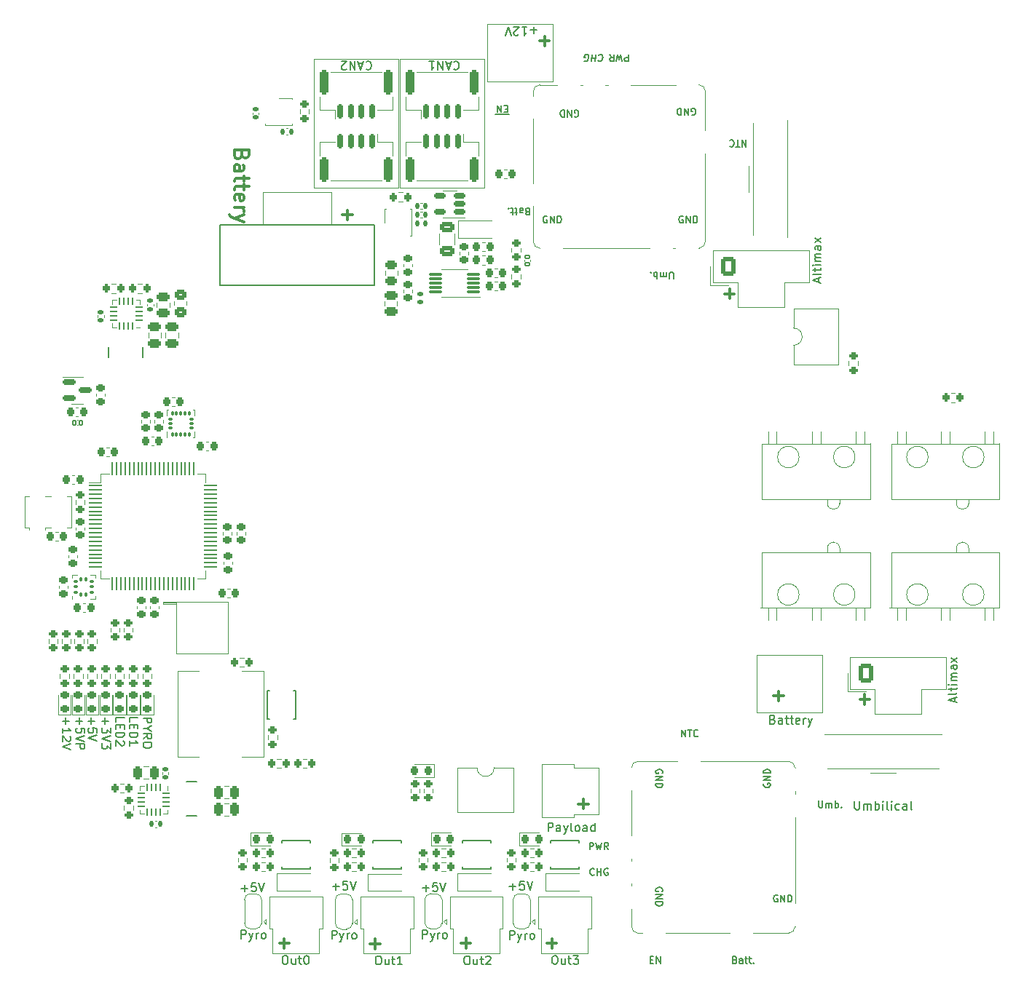
<source format=gto>
G04 #@! TF.GenerationSoftware,KiCad,Pcbnew,(6.0.0)*
G04 #@! TF.CreationDate,2022-08-29T10:28:43+02:00*
G04 #@! TF.ProjectId,uHoubolt_PCB_PMU,75486f75-626f-46c7-945f-5043425f504d,rev?*
G04 #@! TF.SameCoordinates,Original*
G04 #@! TF.FileFunction,Legend,Top*
G04 #@! TF.FilePolarity,Positive*
%FSLAX46Y46*%
G04 Gerber Fmt 4.6, Leading zero omitted, Abs format (unit mm)*
G04 Created by KiCad (PCBNEW (6.0.0)) date 2022-08-29 10:28:43*
%MOMM*%
%LPD*%
G01*
G04 APERTURE LIST*
G04 Aperture macros list*
%AMRoundRect*
0 Rectangle with rounded corners*
0 $1 Rounding radius*
0 $2 $3 $4 $5 $6 $7 $8 $9 X,Y pos of 4 corners*
0 Add a 4 corners polygon primitive as box body*
4,1,4,$2,$3,$4,$5,$6,$7,$8,$9,$2,$3,0*
0 Add four circle primitives for the rounded corners*
1,1,$1+$1,$2,$3*
1,1,$1+$1,$4,$5*
1,1,$1+$1,$6,$7*
1,1,$1+$1,$8,$9*
0 Add four rect primitives between the rounded corners*
20,1,$1+$1,$2,$3,$4,$5,0*
20,1,$1+$1,$4,$5,$6,$7,0*
20,1,$1+$1,$6,$7,$8,$9,0*
20,1,$1+$1,$8,$9,$2,$3,0*%
%AMFreePoly0*
4,1,23,0.945671,0.830970,1.026777,0.776777,1.080970,0.695671,1.100000,0.600000,1.100000,-0.600000,1.080970,-0.695671,1.026777,-0.776777,0.945671,-0.830970,0.850000,-0.850000,-0.450000,-0.850000,-0.545671,-0.830970,-0.626777,-0.776777,-0.626779,-0.776774,-1.026777,-0.376777,-1.080970,-0.295671,-1.100000,-0.200000,-1.100000,0.600000,-1.080970,0.695671,-1.026777,0.776777,-0.945671,0.830970,
-0.850000,0.850000,0.850000,0.850000,0.945671,0.830970,0.945671,0.830970,$1*%
%AMFreePoly1*
4,1,22,0.550000,-0.750000,0.000000,-0.750000,0.000000,-0.745033,-0.079941,-0.743568,-0.215256,-0.701293,-0.333266,-0.622738,-0.424486,-0.514219,-0.481581,-0.384460,-0.499164,-0.250000,-0.500000,-0.250000,-0.500000,0.250000,-0.499164,0.250000,-0.499963,0.256109,-0.478152,0.396186,-0.417904,0.524511,-0.324060,0.630769,-0.204165,0.706417,-0.067858,0.745374,0.000000,0.744959,0.000000,0.750000,
0.550000,0.750000,0.550000,-0.750000,0.550000,-0.750000,$1*%
%AMFreePoly2*
4,1,20,0.000000,0.744959,0.073905,0.744508,0.209726,0.703889,0.328688,0.626782,0.421226,0.519385,0.479903,0.390333,0.500000,0.250000,0.500000,-0.250000,0.499851,-0.262216,0.476331,-0.402017,0.414519,-0.529596,0.319384,-0.634700,0.198574,-0.708877,0.061801,-0.746166,0.000000,-0.745033,0.000000,-0.750000,-0.550000,-0.750000,-0.550000,0.750000,0.000000,0.750000,0.000000,0.744959,
0.000000,0.744959,$1*%
G04 Aperture macros list end*
%ADD10C,0.200000*%
%ADD11C,0.120000*%
%ADD12C,0.300000*%
%ADD13C,0.130000*%
%ADD14C,0.150000*%
%ADD15C,1.300000*%
%ADD16RoundRect,0.250000X0.600000X-0.850000X0.600000X0.850000X-0.600000X0.850000X-0.600000X-0.850000X0*%
%ADD17O,1.700000X2.200000*%
%ADD18C,2.000000*%
%ADD19C,2.500000*%
%ADD20C,6.400000*%
%ADD21C,0.800000*%
%ADD22RoundRect,0.075000X0.650000X0.075000X-0.650000X0.075000X-0.650000X-0.075000X0.650000X-0.075000X0*%
%ADD23RoundRect,0.218750X-0.256250X0.218750X-0.256250X-0.218750X0.256250X-0.218750X0.256250X0.218750X0*%
%ADD24RoundRect,0.150000X0.512500X0.150000X-0.512500X0.150000X-0.512500X-0.150000X0.512500X-0.150000X0*%
%ADD25RoundRect,0.218750X0.256250X-0.218750X0.256250X0.218750X-0.256250X0.218750X-0.256250X-0.218750X0*%
%ADD26RoundRect,0.147500X-0.172500X0.147500X-0.172500X-0.147500X0.172500X-0.147500X0.172500X0.147500X0*%
%ADD27RoundRect,0.243750X0.456250X-0.243750X0.456250X0.243750X-0.456250X0.243750X-0.456250X-0.243750X0*%
%ADD28R,1.100000X1.100000*%
%ADD29R,1.000000X0.340000*%
%ADD30R,0.500000X1.640000*%
%ADD31R,1.710000X2.290000*%
%ADD32C,3.000000*%
%ADD33RoundRect,0.218750X0.218750X0.256250X-0.218750X0.256250X-0.218750X-0.256250X0.218750X-0.256250X0*%
%ADD34RoundRect,0.218750X-0.218750X-0.256250X0.218750X-0.256250X0.218750X0.256250X-0.218750X0.256250X0*%
%ADD35RoundRect,0.250000X-0.625000X0.375000X-0.625000X-0.375000X0.625000X-0.375000X0.625000X0.375000X0*%
%ADD36R,1.640000X0.500000*%
%ADD37R,0.340000X1.000000*%
%ADD38R,2.290000X1.710000*%
%ADD39RoundRect,0.147500X0.147500X0.172500X-0.147500X0.172500X-0.147500X-0.172500X0.147500X-0.172500X0*%
%ADD40RoundRect,0.200000X-0.275000X0.200000X-0.275000X-0.200000X0.275000X-0.200000X0.275000X0.200000X0*%
%ADD41RoundRect,0.225000X0.250000X-0.225000X0.250000X0.225000X-0.250000X0.225000X-0.250000X-0.225000X0*%
%ADD42RoundRect,0.140000X0.170000X-0.140000X0.170000X0.140000X-0.170000X0.140000X-0.170000X-0.140000X0*%
%ADD43RoundRect,0.200000X0.200000X0.275000X-0.200000X0.275000X-0.200000X-0.275000X0.200000X-0.275000X0*%
%ADD44RoundRect,0.200000X0.275000X-0.200000X0.275000X0.200000X-0.275000X0.200000X-0.275000X-0.200000X0*%
%ADD45R,4.200000X2.000000*%
%ADD46RoundRect,0.250000X-0.250000X-0.475000X0.250000X-0.475000X0.250000X0.475000X-0.250000X0.475000X0*%
%ADD47FreePoly0,180.000000*%
%ADD48O,2.200000X1.700000*%
%ADD49FreePoly0,90.000000*%
%ADD50RoundRect,0.200000X-0.200000X-0.275000X0.200000X-0.275000X0.200000X0.275000X-0.200000X0.275000X0*%
%ADD51RoundRect,0.225000X0.225000X0.250000X-0.225000X0.250000X-0.225000X-0.250000X0.225000X-0.250000X0*%
%ADD52R,0.990000X0.405000*%
%ADD53R,0.760000X0.405000*%
%ADD54R,1.725000X2.245000*%
%ADD55RoundRect,0.250000X-0.475000X0.250000X-0.475000X-0.250000X0.475000X-0.250000X0.475000X0.250000X0*%
%ADD56RoundRect,0.140000X0.140000X0.170000X-0.140000X0.170000X-0.140000X-0.170000X0.140000X-0.170000X0*%
%ADD57RoundRect,0.150000X-0.587500X-0.150000X0.587500X-0.150000X0.587500X0.150000X-0.587500X0.150000X0*%
%ADD58RoundRect,0.225000X-0.225000X-0.250000X0.225000X-0.250000X0.225000X0.250000X-0.225000X0.250000X0*%
%ADD59R,1.000000X0.500000*%
%ADD60R,3.500000X4.500000*%
%ADD61RoundRect,0.062500X-0.062500X0.325000X-0.062500X-0.325000X0.062500X-0.325000X0.062500X0.325000X0*%
%ADD62RoundRect,0.062500X-0.325000X0.062500X-0.325000X-0.062500X0.325000X-0.062500X0.325000X0.062500X0*%
%ADD63R,1.750000X1.750000*%
%ADD64RoundRect,0.225000X-0.250000X0.225000X-0.250000X-0.225000X0.250000X-0.225000X0.250000X0.225000X0*%
%ADD65R,1.780000X1.500000*%
%ADD66R,1.400000X4.200000*%
%ADD67R,4.200000X1.400000*%
%ADD68RoundRect,0.100000X-0.150000X-0.250000X0.150000X-0.250000X0.150000X0.250000X-0.150000X0.250000X0*%
%ADD69RoundRect,0.150000X-0.150000X-0.700000X0.150000X-0.700000X0.150000X0.700000X-0.150000X0.700000X0*%
%ADD70RoundRect,0.250000X-0.250000X-1.150000X0.250000X-1.150000X0.250000X1.150000X-0.250000X1.150000X0*%
%ADD71RoundRect,0.100000X0.100000X-0.175000X0.100000X0.175000X-0.100000X0.175000X-0.100000X-0.175000X0*%
%ADD72RoundRect,0.100000X0.175000X-0.100000X0.175000X0.100000X-0.175000X0.100000X-0.175000X-0.100000X0*%
%ADD73R,0.650000X0.350000*%
%ADD74R,1.550000X2.400000*%
%ADD75RoundRect,0.250000X0.250000X0.475000X-0.250000X0.475000X-0.250000X-0.475000X0.250000X-0.475000X0*%
%ADD76FreePoly1,90.000000*%
%ADD77R,1.500000X1.000000*%
%ADD78FreePoly2,90.000000*%
%ADD79RoundRect,0.062500X0.325000X0.062500X-0.325000X0.062500X-0.325000X-0.062500X0.325000X-0.062500X0*%
%ADD80RoundRect,0.062500X0.062500X0.325000X-0.062500X0.325000X-0.062500X-0.325000X0.062500X-0.325000X0*%
%ADD81R,1.270000X2.540000*%
%ADD82R,3.430000X1.650000*%
%ADD83R,2.540000X1.270000*%
%ADD84R,1.650000X3.430000*%
%ADD85RoundRect,0.140000X-0.140000X-0.170000X0.140000X-0.170000X0.140000X0.170000X-0.140000X0.170000X0*%
%ADD86R,0.405000X0.990000*%
%ADD87R,0.405000X0.760000*%
%ADD88R,2.245000X1.725000*%
%ADD89RoundRect,0.062500X-0.675000X-0.062500X0.675000X-0.062500X0.675000X0.062500X-0.675000X0.062500X0*%
%ADD90RoundRect,0.062500X-0.062500X-0.675000X0.062500X-0.675000X0.062500X0.675000X-0.062500X0.675000X0*%
%ADD91R,2.500000X5.000000*%
%ADD92R,5.000000X2.500000*%
%ADD93RoundRect,0.100000X-0.250000X0.150000X-0.250000X-0.150000X0.250000X-0.150000X0.250000X0.150000X0*%
%ADD94RoundRect,0.150000X0.150000X0.700000X-0.150000X0.700000X-0.150000X-0.700000X0.150000X-0.700000X0*%
%ADD95RoundRect,0.250000X0.250000X1.150000X-0.250000X1.150000X-0.250000X-1.150000X0.250000X-1.150000X0*%
%ADD96RoundRect,0.250000X-0.450000X0.350000X-0.450000X-0.350000X0.450000X-0.350000X0.450000X0.350000X0*%
%ADD97R,1.500000X1.780000*%
%ADD98R,0.350000X0.650000*%
%ADD99R,2.400000X1.550000*%
%ADD100R,1.400000X1.200000*%
%ADD101RoundRect,0.087500X0.087500X-0.187500X0.087500X0.187500X-0.087500X0.187500X-0.087500X-0.187500X0*%
%ADD102RoundRect,0.087500X0.187500X-0.087500X0.187500X0.087500X-0.187500X0.087500X-0.187500X-0.087500X0*%
G04 APERTURE END LIST*
D10*
X175966666Y-71679523D02*
X175966666Y-71203333D01*
X176252380Y-71774761D02*
X175252380Y-71441428D01*
X176252380Y-71108095D01*
X176252380Y-70631904D02*
X176204761Y-70727142D01*
X176109523Y-70774761D01*
X175252380Y-70774761D01*
X175585714Y-70393809D02*
X175585714Y-70012857D01*
X175252380Y-70250952D02*
X176109523Y-70250952D01*
X176204761Y-70203333D01*
X176252380Y-70108095D01*
X176252380Y-70012857D01*
X176252380Y-69679523D02*
X175585714Y-69679523D01*
X175252380Y-69679523D02*
X175300000Y-69727142D01*
X175347619Y-69679523D01*
X175300000Y-69631904D01*
X175252380Y-69679523D01*
X175347619Y-69679523D01*
X176252380Y-69203333D02*
X175585714Y-69203333D01*
X175680952Y-69203333D02*
X175633333Y-69155714D01*
X175585714Y-69060476D01*
X175585714Y-68917619D01*
X175633333Y-68822380D01*
X175728571Y-68774761D01*
X176252380Y-68774761D01*
X175728571Y-68774761D02*
X175633333Y-68727142D01*
X175585714Y-68631904D01*
X175585714Y-68489047D01*
X175633333Y-68393809D01*
X175728571Y-68346190D01*
X176252380Y-68346190D01*
X176252380Y-67441428D02*
X175728571Y-67441428D01*
X175633333Y-67489047D01*
X175585714Y-67584285D01*
X175585714Y-67774761D01*
X175633333Y-67870000D01*
X176204761Y-67441428D02*
X176252380Y-67536666D01*
X176252380Y-67774761D01*
X176204761Y-67870000D01*
X176109523Y-67917619D01*
X176014285Y-67917619D01*
X175919047Y-67870000D01*
X175871428Y-67774761D01*
X175871428Y-67536666D01*
X175823809Y-67441428D01*
X176252380Y-67060476D02*
X175585714Y-66536666D01*
X175585714Y-67060476D02*
X176252380Y-66536666D01*
D11*
X127100000Y-45700000D02*
X117300000Y-45700000D01*
X117300000Y-45700000D02*
X117300000Y-60700000D01*
X117300000Y-60700000D02*
X127100000Y-60700000D01*
X127100000Y-60700000D02*
X127100000Y-45700000D01*
X127300000Y-45700000D02*
X137100000Y-45700000D01*
X137100000Y-45700000D02*
X137100000Y-60700000D01*
X137100000Y-60700000D02*
X127300000Y-60700000D01*
X127300000Y-60700000D02*
X127300000Y-45700000D01*
D12*
X165607142Y-72428571D02*
X165607142Y-73571428D01*
X166178571Y-73000000D02*
X165035714Y-73000000D01*
D10*
X144518095Y-135552380D02*
X144518095Y-134552380D01*
X144899047Y-134552380D01*
X144994285Y-134600000D01*
X145041904Y-134647619D01*
X145089523Y-134742857D01*
X145089523Y-134885714D01*
X145041904Y-134980952D01*
X144994285Y-135028571D01*
X144899047Y-135076190D01*
X144518095Y-135076190D01*
X145946666Y-135552380D02*
X145946666Y-135028571D01*
X145899047Y-134933333D01*
X145803809Y-134885714D01*
X145613333Y-134885714D01*
X145518095Y-134933333D01*
X145946666Y-135504761D02*
X145851428Y-135552380D01*
X145613333Y-135552380D01*
X145518095Y-135504761D01*
X145470476Y-135409523D01*
X145470476Y-135314285D01*
X145518095Y-135219047D01*
X145613333Y-135171428D01*
X145851428Y-135171428D01*
X145946666Y-135123809D01*
X146327619Y-134885714D02*
X146565714Y-135552380D01*
X146803809Y-134885714D02*
X146565714Y-135552380D01*
X146470476Y-135790476D01*
X146422857Y-135838095D01*
X146327619Y-135885714D01*
X147327619Y-135552380D02*
X147232380Y-135504761D01*
X147184761Y-135409523D01*
X147184761Y-134552380D01*
X147851428Y-135552380D02*
X147756190Y-135504761D01*
X147708571Y-135457142D01*
X147660952Y-135361904D01*
X147660952Y-135076190D01*
X147708571Y-134980952D01*
X147756190Y-134933333D01*
X147851428Y-134885714D01*
X147994285Y-134885714D01*
X148089523Y-134933333D01*
X148137142Y-134980952D01*
X148184761Y-135076190D01*
X148184761Y-135361904D01*
X148137142Y-135457142D01*
X148089523Y-135504761D01*
X147994285Y-135552380D01*
X147851428Y-135552380D01*
X149041904Y-135552380D02*
X149041904Y-135028571D01*
X148994285Y-134933333D01*
X148899047Y-134885714D01*
X148708571Y-134885714D01*
X148613333Y-134933333D01*
X149041904Y-135504761D02*
X148946666Y-135552380D01*
X148708571Y-135552380D01*
X148613333Y-135504761D01*
X148565714Y-135409523D01*
X148565714Y-135314285D01*
X148613333Y-135219047D01*
X148708571Y-135171428D01*
X148946666Y-135171428D01*
X149041904Y-135123809D01*
X149946666Y-135552380D02*
X149946666Y-134552380D01*
X149946666Y-135504761D02*
X149851428Y-135552380D01*
X149660952Y-135552380D01*
X149565714Y-135504761D01*
X149518095Y-135457142D01*
X149470476Y-135361904D01*
X149470476Y-135076190D01*
X149518095Y-134980952D01*
X149565714Y-134933333D01*
X149660952Y-134885714D01*
X149851428Y-134885714D01*
X149946666Y-134933333D01*
X108835479Y-142171428D02*
X109597384Y-142171428D01*
X109216431Y-142552380D02*
X109216431Y-141790476D01*
X110549764Y-141552380D02*
X110073574Y-141552380D01*
X110025955Y-142028571D01*
X110073574Y-141980952D01*
X110168812Y-141933333D01*
X110406907Y-141933333D01*
X110502145Y-141980952D01*
X110549764Y-142028571D01*
X110597384Y-142123809D01*
X110597384Y-142361904D01*
X110549764Y-142457142D01*
X110502145Y-142504761D01*
X110406907Y-142552380D01*
X110168812Y-142552380D01*
X110073574Y-142504761D01*
X110025955Y-142457142D01*
X110883098Y-141552380D02*
X111216431Y-142552380D01*
X111549764Y-141552380D01*
X124708571Y-150054880D02*
X124899047Y-150054880D01*
X124994285Y-150102500D01*
X125089523Y-150197738D01*
X125137142Y-150388214D01*
X125137142Y-150721547D01*
X125089523Y-150912023D01*
X124994285Y-151007261D01*
X124899047Y-151054880D01*
X124708571Y-151054880D01*
X124613333Y-151007261D01*
X124518095Y-150912023D01*
X124470476Y-150721547D01*
X124470476Y-150388214D01*
X124518095Y-150197738D01*
X124613333Y-150102500D01*
X124708571Y-150054880D01*
X125994285Y-150388214D02*
X125994285Y-151054880D01*
X125565714Y-150388214D02*
X125565714Y-150912023D01*
X125613333Y-151007261D01*
X125708571Y-151054880D01*
X125851428Y-151054880D01*
X125946666Y-151007261D01*
X125994285Y-150959642D01*
X126327619Y-150388214D02*
X126708571Y-150388214D01*
X126470476Y-150054880D02*
X126470476Y-150912023D01*
X126518095Y-151007261D01*
X126613333Y-151054880D01*
X126708571Y-151054880D01*
X127565714Y-151054880D02*
X126994285Y-151054880D01*
X127280000Y-151054880D02*
X127280000Y-150054880D01*
X127184761Y-150197738D01*
X127089523Y-150292976D01*
X126994285Y-150340595D01*
X88428571Y-122353095D02*
X88428571Y-123115000D01*
X88047619Y-122734047D02*
X88809523Y-122734047D01*
X88047619Y-124115000D02*
X88047619Y-123543571D01*
X88047619Y-123829285D02*
X89047619Y-123829285D01*
X88904761Y-123734047D01*
X88809523Y-123638809D01*
X88761904Y-123543571D01*
X88952380Y-124495952D02*
X89000000Y-124543571D01*
X89047619Y-124638809D01*
X89047619Y-124876904D01*
X89000000Y-124972142D01*
X88952380Y-125019761D01*
X88857142Y-125067380D01*
X88761904Y-125067380D01*
X88619047Y-125019761D01*
X88047619Y-124448333D01*
X88047619Y-125067380D01*
X89047619Y-125353095D02*
X88047619Y-125686428D01*
X89047619Y-126019761D01*
X180158095Y-132032380D02*
X180158095Y-132841904D01*
X180205714Y-132937142D01*
X180253333Y-132984761D01*
X180348571Y-133032380D01*
X180539047Y-133032380D01*
X180634285Y-132984761D01*
X180681904Y-132937142D01*
X180729523Y-132841904D01*
X180729523Y-132032380D01*
X181205714Y-133032380D02*
X181205714Y-132365714D01*
X181205714Y-132460952D02*
X181253333Y-132413333D01*
X181348571Y-132365714D01*
X181491428Y-132365714D01*
X181586666Y-132413333D01*
X181634285Y-132508571D01*
X181634285Y-133032380D01*
X181634285Y-132508571D02*
X181681904Y-132413333D01*
X181777142Y-132365714D01*
X181920000Y-132365714D01*
X182015238Y-132413333D01*
X182062857Y-132508571D01*
X182062857Y-133032380D01*
X182539047Y-133032380D02*
X182539047Y-132032380D01*
X182539047Y-132413333D02*
X182634285Y-132365714D01*
X182824761Y-132365714D01*
X182920000Y-132413333D01*
X182967619Y-132460952D01*
X183015238Y-132556190D01*
X183015238Y-132841904D01*
X182967619Y-132937142D01*
X182920000Y-132984761D01*
X182824761Y-133032380D01*
X182634285Y-133032380D01*
X182539047Y-132984761D01*
X183443809Y-133032380D02*
X183443809Y-132365714D01*
X183443809Y-132032380D02*
X183396190Y-132080000D01*
X183443809Y-132127619D01*
X183491428Y-132080000D01*
X183443809Y-132032380D01*
X183443809Y-132127619D01*
X184062857Y-133032380D02*
X183967619Y-132984761D01*
X183920000Y-132889523D01*
X183920000Y-132032380D01*
X184443809Y-133032380D02*
X184443809Y-132365714D01*
X184443809Y-132032380D02*
X184396190Y-132080000D01*
X184443809Y-132127619D01*
X184491428Y-132080000D01*
X184443809Y-132032380D01*
X184443809Y-132127619D01*
X185348571Y-132984761D02*
X185253333Y-133032380D01*
X185062857Y-133032380D01*
X184967619Y-132984761D01*
X184920000Y-132937142D01*
X184872380Y-132841904D01*
X184872380Y-132556190D01*
X184920000Y-132460952D01*
X184967619Y-132413333D01*
X185062857Y-132365714D01*
X185253333Y-132365714D01*
X185348571Y-132413333D01*
X186205714Y-133032380D02*
X186205714Y-132508571D01*
X186158095Y-132413333D01*
X186062857Y-132365714D01*
X185872380Y-132365714D01*
X185777142Y-132413333D01*
X186205714Y-132984761D02*
X186110476Y-133032380D01*
X185872380Y-133032380D01*
X185777142Y-132984761D01*
X185729523Y-132889523D01*
X185729523Y-132794285D01*
X185777142Y-132699047D01*
X185872380Y-132651428D01*
X186110476Y-132651428D01*
X186205714Y-132603809D01*
X186824761Y-133032380D02*
X186729523Y-132984761D01*
X186681904Y-132889523D01*
X186681904Y-132032380D01*
X145208571Y-150004880D02*
X145399047Y-150004880D01*
X145494285Y-150052500D01*
X145589523Y-150147738D01*
X145637142Y-150338214D01*
X145637142Y-150671547D01*
X145589523Y-150862023D01*
X145494285Y-150957261D01*
X145399047Y-151004880D01*
X145208571Y-151004880D01*
X145113333Y-150957261D01*
X145018095Y-150862023D01*
X144970476Y-150671547D01*
X144970476Y-150338214D01*
X145018095Y-150147738D01*
X145113333Y-150052500D01*
X145208571Y-150004880D01*
X146494285Y-150338214D02*
X146494285Y-151004880D01*
X146065714Y-150338214D02*
X146065714Y-150862023D01*
X146113333Y-150957261D01*
X146208571Y-151004880D01*
X146351428Y-151004880D01*
X146446666Y-150957261D01*
X146494285Y-150909642D01*
X146827619Y-150338214D02*
X147208571Y-150338214D01*
X146970476Y-150004880D02*
X146970476Y-150862023D01*
X147018095Y-150957261D01*
X147113333Y-151004880D01*
X147208571Y-151004880D01*
X147446666Y-150004880D02*
X148065714Y-150004880D01*
X147732380Y-150385833D01*
X147875238Y-150385833D01*
X147970476Y-150433452D01*
X148018095Y-150481071D01*
X148065714Y-150576309D01*
X148065714Y-150814404D01*
X148018095Y-150909642D01*
X147970476Y-150957261D01*
X147875238Y-151004880D01*
X147589523Y-151004880D01*
X147494285Y-150957261D01*
X147446666Y-150909642D01*
D12*
X144092857Y-43028571D02*
X144092857Y-44171428D01*
X143521428Y-43600000D02*
X144664285Y-43600000D01*
D10*
X123360476Y-46042857D02*
X123408095Y-45995238D01*
X123550952Y-45947619D01*
X123646190Y-45947619D01*
X123789047Y-45995238D01*
X123884285Y-46090476D01*
X123931904Y-46185714D01*
X123979523Y-46376190D01*
X123979523Y-46519047D01*
X123931904Y-46709523D01*
X123884285Y-46804761D01*
X123789047Y-46900000D01*
X123646190Y-46947619D01*
X123550952Y-46947619D01*
X123408095Y-46900000D01*
X123360476Y-46852380D01*
X122979523Y-46233333D02*
X122503333Y-46233333D01*
X123074761Y-45947619D02*
X122741428Y-46947619D01*
X122408095Y-45947619D01*
X122074761Y-45947619D02*
X122074761Y-46947619D01*
X121503333Y-45947619D01*
X121503333Y-46947619D01*
X121074761Y-46852380D02*
X121027142Y-46900000D01*
X120931904Y-46947619D01*
X120693809Y-46947619D01*
X120598571Y-46900000D01*
X120550952Y-46852380D01*
X120503333Y-46757142D01*
X120503333Y-46661904D01*
X120550952Y-46519047D01*
X121122380Y-45947619D01*
X120503333Y-45947619D01*
X90028571Y-122353095D02*
X90028571Y-123115000D01*
X89647619Y-122734047D02*
X90409523Y-122734047D01*
X90647619Y-124067380D02*
X90647619Y-123591190D01*
X90171428Y-123543571D01*
X90219047Y-123591190D01*
X90266666Y-123686428D01*
X90266666Y-123924523D01*
X90219047Y-124019761D01*
X90171428Y-124067380D01*
X90076190Y-124115000D01*
X89838095Y-124115000D01*
X89742857Y-124067380D01*
X89695238Y-124019761D01*
X89647619Y-123924523D01*
X89647619Y-123686428D01*
X89695238Y-123591190D01*
X89742857Y-123543571D01*
X90647619Y-124400714D02*
X89647619Y-124734047D01*
X90647619Y-125067380D01*
X89647619Y-125400714D02*
X90647619Y-125400714D01*
X90647619Y-125781666D01*
X90600000Y-125876904D01*
X90552380Y-125924523D01*
X90457142Y-125972142D01*
X90314285Y-125972142D01*
X90219047Y-125924523D01*
X90171428Y-125876904D01*
X90123809Y-125781666D01*
X90123809Y-125400714D01*
X129927095Y-142146428D02*
X130689000Y-142146428D01*
X130308047Y-142527380D02*
X130308047Y-141765476D01*
X131641380Y-141527380D02*
X131165190Y-141527380D01*
X131117571Y-142003571D01*
X131165190Y-141955952D01*
X131260428Y-141908333D01*
X131498523Y-141908333D01*
X131593761Y-141955952D01*
X131641380Y-142003571D01*
X131689000Y-142098809D01*
X131689000Y-142336904D01*
X131641380Y-142432142D01*
X131593761Y-142479761D01*
X131498523Y-142527380D01*
X131260428Y-142527380D01*
X131165190Y-142479761D01*
X131117571Y-142432142D01*
X131974714Y-141527380D02*
X132308047Y-142527380D01*
X132641380Y-141527380D01*
X129927095Y-148027380D02*
X129927095Y-147027380D01*
X130308047Y-147027380D01*
X130403285Y-147075000D01*
X130450904Y-147122619D01*
X130498523Y-147217857D01*
X130498523Y-147360714D01*
X130450904Y-147455952D01*
X130403285Y-147503571D01*
X130308047Y-147551190D01*
X129927095Y-147551190D01*
X130831857Y-147360714D02*
X131069952Y-148027380D01*
X131308047Y-147360714D02*
X131069952Y-148027380D01*
X130974714Y-148265476D01*
X130927095Y-148313095D01*
X130831857Y-148360714D01*
X131689000Y-148027380D02*
X131689000Y-147360714D01*
X131689000Y-147551190D02*
X131736619Y-147455952D01*
X131784238Y-147408333D01*
X131879476Y-147360714D01*
X131974714Y-147360714D01*
X132450904Y-148027380D02*
X132355666Y-147979761D01*
X132308047Y-147932142D01*
X132260428Y-147836904D01*
X132260428Y-147551190D01*
X132308047Y-147455952D01*
X132355666Y-147408333D01*
X132450904Y-147360714D01*
X132593761Y-147360714D01*
X132689000Y-147408333D01*
X132736619Y-147455952D01*
X132784238Y-147551190D01*
X132784238Y-147836904D01*
X132736619Y-147932142D01*
X132689000Y-147979761D01*
X132593761Y-148027380D01*
X132450904Y-148027380D01*
X93028571Y-122353095D02*
X93028571Y-123115000D01*
X92647619Y-122734047D02*
X93409523Y-122734047D01*
X93647619Y-123495952D02*
X93647619Y-124115000D01*
X93266666Y-123781666D01*
X93266666Y-123924523D01*
X93219047Y-124019761D01*
X93171428Y-124067380D01*
X93076190Y-124115000D01*
X92838095Y-124115000D01*
X92742857Y-124067380D01*
X92695238Y-124019761D01*
X92647619Y-123924523D01*
X92647619Y-123638809D01*
X92695238Y-123543571D01*
X92742857Y-123495952D01*
X93647619Y-124400714D02*
X92647619Y-124734047D01*
X93647619Y-125067380D01*
X93647619Y-125305476D02*
X93647619Y-125924523D01*
X93266666Y-125591190D01*
X93266666Y-125734047D01*
X93219047Y-125829285D01*
X93171428Y-125876904D01*
X93076190Y-125924523D01*
X92838095Y-125924523D01*
X92742857Y-125876904D01*
X92695238Y-125829285D01*
X92647619Y-125734047D01*
X92647619Y-125448333D01*
X92695238Y-125353095D01*
X92742857Y-125305476D01*
X91428571Y-122340595D02*
X91428571Y-123102500D01*
X91047619Y-122721547D02*
X91809523Y-122721547D01*
X92047619Y-124054880D02*
X92047619Y-123578690D01*
X91571428Y-123531071D01*
X91619047Y-123578690D01*
X91666666Y-123673928D01*
X91666666Y-123912023D01*
X91619047Y-124007261D01*
X91571428Y-124054880D01*
X91476190Y-124102500D01*
X91238095Y-124102500D01*
X91142857Y-124054880D01*
X91095238Y-124007261D01*
X91047619Y-123912023D01*
X91047619Y-123673928D01*
X91095238Y-123578690D01*
X91142857Y-123531071D01*
X92047619Y-124388214D02*
X91047619Y-124721547D01*
X92047619Y-125054880D01*
D12*
X148642857Y-131778571D02*
X148642857Y-132921428D01*
X148071428Y-132350000D02*
X149214285Y-132350000D01*
D10*
X113850955Y-150004880D02*
X114041431Y-150004880D01*
X114136669Y-150052500D01*
X114231907Y-150147738D01*
X114279526Y-150338214D01*
X114279526Y-150671547D01*
X114231907Y-150862023D01*
X114136669Y-150957261D01*
X114041431Y-151004880D01*
X113850955Y-151004880D01*
X113755717Y-150957261D01*
X113660479Y-150862023D01*
X113612860Y-150671547D01*
X113612860Y-150338214D01*
X113660479Y-150147738D01*
X113755717Y-150052500D01*
X113850955Y-150004880D01*
X115136669Y-150338214D02*
X115136669Y-151004880D01*
X114708098Y-150338214D02*
X114708098Y-150862023D01*
X114755717Y-150957261D01*
X114850955Y-151004880D01*
X114993812Y-151004880D01*
X115089050Y-150957261D01*
X115136669Y-150909642D01*
X115470003Y-150338214D02*
X115850955Y-150338214D01*
X115612860Y-150004880D02*
X115612860Y-150862023D01*
X115660479Y-150957261D01*
X115755717Y-151004880D01*
X115850955Y-151004880D01*
X116374764Y-150004880D02*
X116470003Y-150004880D01*
X116565241Y-150052500D01*
X116612860Y-150100119D01*
X116660479Y-150195357D01*
X116708098Y-150385833D01*
X116708098Y-150623928D01*
X116660479Y-150814404D01*
X116612860Y-150909642D01*
X116565241Y-150957261D01*
X116470003Y-151004880D01*
X116374764Y-151004880D01*
X116279526Y-150957261D01*
X116231907Y-150909642D01*
X116184288Y-150814404D01*
X116136669Y-150623928D01*
X116136669Y-150385833D01*
X116184288Y-150195357D01*
X116231907Y-150100119D01*
X116279526Y-150052500D01*
X116374764Y-150004880D01*
D12*
X121192857Y-63278571D02*
X121192857Y-64421428D01*
X120621428Y-63850000D02*
X121764285Y-63850000D01*
D10*
X135008571Y-150052380D02*
X135199047Y-150052380D01*
X135294285Y-150100000D01*
X135389523Y-150195238D01*
X135437142Y-150385714D01*
X135437142Y-150719047D01*
X135389523Y-150909523D01*
X135294285Y-151004761D01*
X135199047Y-151052380D01*
X135008571Y-151052380D01*
X134913333Y-151004761D01*
X134818095Y-150909523D01*
X134770476Y-150719047D01*
X134770476Y-150385714D01*
X134818095Y-150195238D01*
X134913333Y-150100000D01*
X135008571Y-150052380D01*
X136294285Y-150385714D02*
X136294285Y-151052380D01*
X135865714Y-150385714D02*
X135865714Y-150909523D01*
X135913333Y-151004761D01*
X136008571Y-151052380D01*
X136151428Y-151052380D01*
X136246666Y-151004761D01*
X136294285Y-150957142D01*
X136627619Y-150385714D02*
X137008571Y-150385714D01*
X136770476Y-150052380D02*
X136770476Y-150909523D01*
X136818095Y-151004761D01*
X136913333Y-151052380D01*
X137008571Y-151052380D01*
X137294285Y-150147619D02*
X137341904Y-150100000D01*
X137437142Y-150052380D01*
X137675238Y-150052380D01*
X137770476Y-150100000D01*
X137818095Y-150147619D01*
X137865714Y-150242857D01*
X137865714Y-150338095D01*
X137818095Y-150480952D01*
X137246666Y-151052380D01*
X137865714Y-151052380D01*
D12*
X171292857Y-119228571D02*
X171292857Y-120371428D01*
X170721428Y-119800000D02*
X171864285Y-119800000D01*
D10*
X140068095Y-148104880D02*
X140068095Y-147104880D01*
X140449047Y-147104880D01*
X140544285Y-147152500D01*
X140591904Y-147200119D01*
X140639523Y-147295357D01*
X140639523Y-147438214D01*
X140591904Y-147533452D01*
X140544285Y-147581071D01*
X140449047Y-147628690D01*
X140068095Y-147628690D01*
X140972857Y-147438214D02*
X141210952Y-148104880D01*
X141449047Y-147438214D02*
X141210952Y-148104880D01*
X141115714Y-148342976D01*
X141068095Y-148390595D01*
X140972857Y-148438214D01*
X141830000Y-148104880D02*
X141830000Y-147438214D01*
X141830000Y-147628690D02*
X141877619Y-147533452D01*
X141925238Y-147485833D01*
X142020476Y-147438214D01*
X142115714Y-147438214D01*
X142591904Y-148104880D02*
X142496666Y-148057261D01*
X142449047Y-148009642D01*
X142401428Y-147914404D01*
X142401428Y-147628690D01*
X142449047Y-147533452D01*
X142496666Y-147485833D01*
X142591904Y-147438214D01*
X142734761Y-147438214D01*
X142830000Y-147485833D01*
X142877619Y-147533452D01*
X142925238Y-147628690D01*
X142925238Y-147914404D01*
X142877619Y-148009642D01*
X142830000Y-148057261D01*
X142734761Y-148104880D01*
X142591904Y-148104880D01*
X191766666Y-120479523D02*
X191766666Y-120003333D01*
X192052380Y-120574761D02*
X191052380Y-120241428D01*
X192052380Y-119908095D01*
X192052380Y-119431904D02*
X192004761Y-119527142D01*
X191909523Y-119574761D01*
X191052380Y-119574761D01*
X191385714Y-119193809D02*
X191385714Y-118812857D01*
X191052380Y-119050952D02*
X191909523Y-119050952D01*
X192004761Y-119003333D01*
X192052380Y-118908095D01*
X192052380Y-118812857D01*
X192052380Y-118479523D02*
X191385714Y-118479523D01*
X191052380Y-118479523D02*
X191100000Y-118527142D01*
X191147619Y-118479523D01*
X191100000Y-118431904D01*
X191052380Y-118479523D01*
X191147619Y-118479523D01*
X192052380Y-118003333D02*
X191385714Y-118003333D01*
X191480952Y-118003333D02*
X191433333Y-117955714D01*
X191385714Y-117860476D01*
X191385714Y-117717619D01*
X191433333Y-117622380D01*
X191528571Y-117574761D01*
X192052380Y-117574761D01*
X191528571Y-117574761D02*
X191433333Y-117527142D01*
X191385714Y-117431904D01*
X191385714Y-117289047D01*
X191433333Y-117193809D01*
X191528571Y-117146190D01*
X192052380Y-117146190D01*
X192052380Y-116241428D02*
X191528571Y-116241428D01*
X191433333Y-116289047D01*
X191385714Y-116384285D01*
X191385714Y-116574761D01*
X191433333Y-116670000D01*
X192004761Y-116241428D02*
X192052380Y-116336666D01*
X192052380Y-116574761D01*
X192004761Y-116670000D01*
X191909523Y-116717619D01*
X191814285Y-116717619D01*
X191719047Y-116670000D01*
X191671428Y-116574761D01*
X191671428Y-116336666D01*
X191623809Y-116241428D01*
X192052380Y-115860476D02*
X191385714Y-115336666D01*
X191385714Y-115860476D02*
X192052380Y-115336666D01*
X143231904Y-42328571D02*
X142470000Y-42328571D01*
X142850952Y-41947619D02*
X142850952Y-42709523D01*
X141470000Y-41947619D02*
X142041428Y-41947619D01*
X141755714Y-41947619D02*
X141755714Y-42947619D01*
X141850952Y-42804761D01*
X141946190Y-42709523D01*
X142041428Y-42661904D01*
X141089047Y-42852380D02*
X141041428Y-42900000D01*
X140946190Y-42947619D01*
X140708095Y-42947619D01*
X140612857Y-42900000D01*
X140565238Y-42852380D01*
X140517619Y-42757142D01*
X140517619Y-42661904D01*
X140565238Y-42519047D01*
X141136666Y-41947619D01*
X140517619Y-41947619D01*
X140231904Y-42947619D02*
X139898571Y-41947619D01*
X139565238Y-42947619D01*
X140018095Y-141973928D02*
X140780000Y-141973928D01*
X140399047Y-142354880D02*
X140399047Y-141592976D01*
X141732380Y-141354880D02*
X141256190Y-141354880D01*
X141208571Y-141831071D01*
X141256190Y-141783452D01*
X141351428Y-141735833D01*
X141589523Y-141735833D01*
X141684761Y-141783452D01*
X141732380Y-141831071D01*
X141780000Y-141926309D01*
X141780000Y-142164404D01*
X141732380Y-142259642D01*
X141684761Y-142307261D01*
X141589523Y-142354880D01*
X141351428Y-142354880D01*
X141256190Y-142307261D01*
X141208571Y-142259642D01*
X142065714Y-141354880D02*
X142399047Y-142354880D01*
X142732380Y-141354880D01*
X97447619Y-122359345D02*
X98447619Y-122359345D01*
X98447619Y-122740297D01*
X98400000Y-122835535D01*
X98352380Y-122883154D01*
X98257142Y-122930773D01*
X98114285Y-122930773D01*
X98019047Y-122883154D01*
X97971428Y-122835535D01*
X97923809Y-122740297D01*
X97923809Y-122359345D01*
X97923809Y-123549821D02*
X97447619Y-123549821D01*
X98447619Y-123216488D02*
X97923809Y-123549821D01*
X98447619Y-123883154D01*
X97447619Y-124787916D02*
X97923809Y-124454583D01*
X97447619Y-124216488D02*
X98447619Y-124216488D01*
X98447619Y-124597440D01*
X98400000Y-124692678D01*
X98352380Y-124740297D01*
X98257142Y-124787916D01*
X98114285Y-124787916D01*
X98019047Y-124740297D01*
X97971428Y-124692678D01*
X97923809Y-124597440D01*
X97923809Y-124216488D01*
X98447619Y-125406964D02*
X98447619Y-125597440D01*
X98400000Y-125692678D01*
X98304761Y-125787916D01*
X98114285Y-125835535D01*
X97780952Y-125835535D01*
X97590476Y-125787916D01*
X97495238Y-125692678D01*
X97447619Y-125597440D01*
X97447619Y-125406964D01*
X97495238Y-125311726D01*
X97590476Y-125216488D01*
X97780952Y-125168869D01*
X98114285Y-125168869D01*
X98304761Y-125216488D01*
X98400000Y-125311726D01*
X98447619Y-125406964D01*
X119393095Y-148079880D02*
X119393095Y-147079880D01*
X119774047Y-147079880D01*
X119869285Y-147127500D01*
X119916904Y-147175119D01*
X119964523Y-147270357D01*
X119964523Y-147413214D01*
X119916904Y-147508452D01*
X119869285Y-147556071D01*
X119774047Y-147603690D01*
X119393095Y-147603690D01*
X120297857Y-147413214D02*
X120535952Y-148079880D01*
X120774047Y-147413214D02*
X120535952Y-148079880D01*
X120440714Y-148317976D01*
X120393095Y-148365595D01*
X120297857Y-148413214D01*
X121155000Y-148079880D02*
X121155000Y-147413214D01*
X121155000Y-147603690D02*
X121202619Y-147508452D01*
X121250238Y-147460833D01*
X121345476Y-147413214D01*
X121440714Y-147413214D01*
X121916904Y-148079880D02*
X121821666Y-148032261D01*
X121774047Y-147984642D01*
X121726428Y-147889404D01*
X121726428Y-147603690D01*
X121774047Y-147508452D01*
X121821666Y-147460833D01*
X121916904Y-147413214D01*
X122059761Y-147413214D01*
X122155000Y-147460833D01*
X122202619Y-147508452D01*
X122250238Y-147603690D01*
X122250238Y-147889404D01*
X122202619Y-147984642D01*
X122155000Y-148032261D01*
X122059761Y-148079880D01*
X121916904Y-148079880D01*
X94247619Y-122829285D02*
X94247619Y-122353095D01*
X95247619Y-122353095D01*
X94771428Y-123162619D02*
X94771428Y-123495952D01*
X94247619Y-123638809D02*
X94247619Y-123162619D01*
X95247619Y-123162619D01*
X95247619Y-123638809D01*
X94247619Y-124067380D02*
X95247619Y-124067380D01*
X95247619Y-124305476D01*
X95200000Y-124448333D01*
X95104761Y-124543571D01*
X95009523Y-124591190D01*
X94819047Y-124638809D01*
X94676190Y-124638809D01*
X94485714Y-124591190D01*
X94390476Y-124543571D01*
X94295238Y-124448333D01*
X94247619Y-124305476D01*
X94247619Y-124067380D01*
X95152380Y-125019761D02*
X95200000Y-125067380D01*
X95247619Y-125162619D01*
X95247619Y-125400714D01*
X95200000Y-125495952D01*
X95152380Y-125543571D01*
X95057142Y-125591190D01*
X94961904Y-125591190D01*
X94819047Y-125543571D01*
X94247619Y-124972142D01*
X94247619Y-125591190D01*
D12*
X181342857Y-119628571D02*
X181342857Y-120771428D01*
X180771428Y-120200000D02*
X181914285Y-120200000D01*
X124417857Y-148056071D02*
X124417857Y-149198928D01*
X123846428Y-148627500D02*
X124989285Y-148627500D01*
X144942857Y-148031071D02*
X144942857Y-149173928D01*
X144371428Y-148602500D02*
X145514285Y-148602500D01*
X134951857Y-148003571D02*
X134951857Y-149146428D01*
X134380428Y-148575000D02*
X135523285Y-148575000D01*
D10*
X119468095Y-141971428D02*
X120230000Y-141971428D01*
X119849047Y-142352380D02*
X119849047Y-141590476D01*
X121182380Y-141352380D02*
X120706190Y-141352380D01*
X120658571Y-141828571D01*
X120706190Y-141780952D01*
X120801428Y-141733333D01*
X121039523Y-141733333D01*
X121134761Y-141780952D01*
X121182380Y-141828571D01*
X121230000Y-141923809D01*
X121230000Y-142161904D01*
X121182380Y-142257142D01*
X121134761Y-142304761D01*
X121039523Y-142352380D01*
X120801428Y-142352380D01*
X120706190Y-142304761D01*
X120658571Y-142257142D01*
X121515714Y-141352380D02*
X121849047Y-142352380D01*
X122182380Y-141352380D01*
X108835479Y-148052380D02*
X108835479Y-147052380D01*
X109216431Y-147052380D01*
X109311669Y-147100000D01*
X109359288Y-147147619D01*
X109406907Y-147242857D01*
X109406907Y-147385714D01*
X109359288Y-147480952D01*
X109311669Y-147528571D01*
X109216431Y-147576190D01*
X108835479Y-147576190D01*
X109740241Y-147385714D02*
X109978336Y-148052380D01*
X110216431Y-147385714D02*
X109978336Y-148052380D01*
X109883098Y-148290476D01*
X109835479Y-148338095D01*
X109740241Y-148385714D01*
X110597384Y-148052380D02*
X110597384Y-147385714D01*
X110597384Y-147576190D02*
X110645003Y-147480952D01*
X110692622Y-147433333D01*
X110787860Y-147385714D01*
X110883098Y-147385714D01*
X111359288Y-148052380D02*
X111264050Y-148004761D01*
X111216431Y-147957142D01*
X111168812Y-147861904D01*
X111168812Y-147576190D01*
X111216431Y-147480952D01*
X111264050Y-147433333D01*
X111359288Y-147385714D01*
X111502145Y-147385714D01*
X111597384Y-147433333D01*
X111645003Y-147480952D01*
X111692622Y-147576190D01*
X111692622Y-147861904D01*
X111645003Y-147957142D01*
X111597384Y-148004761D01*
X111502145Y-148052380D01*
X111359288Y-148052380D01*
X170651428Y-122528571D02*
X170794285Y-122576190D01*
X170841904Y-122623809D01*
X170889523Y-122719047D01*
X170889523Y-122861904D01*
X170841904Y-122957142D01*
X170794285Y-123004761D01*
X170699047Y-123052380D01*
X170318095Y-123052380D01*
X170318095Y-122052380D01*
X170651428Y-122052380D01*
X170746666Y-122100000D01*
X170794285Y-122147619D01*
X170841904Y-122242857D01*
X170841904Y-122338095D01*
X170794285Y-122433333D01*
X170746666Y-122480952D01*
X170651428Y-122528571D01*
X170318095Y-122528571D01*
X171746666Y-123052380D02*
X171746666Y-122528571D01*
X171699047Y-122433333D01*
X171603809Y-122385714D01*
X171413333Y-122385714D01*
X171318095Y-122433333D01*
X171746666Y-123004761D02*
X171651428Y-123052380D01*
X171413333Y-123052380D01*
X171318095Y-123004761D01*
X171270476Y-122909523D01*
X171270476Y-122814285D01*
X171318095Y-122719047D01*
X171413333Y-122671428D01*
X171651428Y-122671428D01*
X171746666Y-122623809D01*
X172080000Y-122385714D02*
X172460952Y-122385714D01*
X172222857Y-122052380D02*
X172222857Y-122909523D01*
X172270476Y-123004761D01*
X172365714Y-123052380D01*
X172460952Y-123052380D01*
X172651428Y-122385714D02*
X173032380Y-122385714D01*
X172794285Y-122052380D02*
X172794285Y-122909523D01*
X172841904Y-123004761D01*
X172937142Y-123052380D01*
X173032380Y-123052380D01*
X173746666Y-123004761D02*
X173651428Y-123052380D01*
X173460952Y-123052380D01*
X173365714Y-123004761D01*
X173318095Y-122909523D01*
X173318095Y-122528571D01*
X173365714Y-122433333D01*
X173460952Y-122385714D01*
X173651428Y-122385714D01*
X173746666Y-122433333D01*
X173794285Y-122528571D01*
X173794285Y-122623809D01*
X173318095Y-122719047D01*
X174222857Y-123052380D02*
X174222857Y-122385714D01*
X174222857Y-122576190D02*
X174270476Y-122480952D01*
X174318095Y-122433333D01*
X174413333Y-122385714D01*
X174508571Y-122385714D01*
X174746666Y-122385714D02*
X174984761Y-123052380D01*
X175222857Y-122385714D02*
X174984761Y-123052380D01*
X174889523Y-123290476D01*
X174841904Y-123338095D01*
X174746666Y-123385714D01*
X133560476Y-46042857D02*
X133608095Y-45995238D01*
X133750952Y-45947619D01*
X133846190Y-45947619D01*
X133989047Y-45995238D01*
X134084285Y-46090476D01*
X134131904Y-46185714D01*
X134179523Y-46376190D01*
X134179523Y-46519047D01*
X134131904Y-46709523D01*
X134084285Y-46804761D01*
X133989047Y-46900000D01*
X133846190Y-46947619D01*
X133750952Y-46947619D01*
X133608095Y-46900000D01*
X133560476Y-46852380D01*
X133179523Y-46233333D02*
X132703333Y-46233333D01*
X133274761Y-45947619D02*
X132941428Y-46947619D01*
X132608095Y-45947619D01*
X132274761Y-45947619D02*
X132274761Y-46947619D01*
X131703333Y-45947619D01*
X131703333Y-46947619D01*
X130703333Y-45947619D02*
X131274761Y-45947619D01*
X130989047Y-45947619D02*
X130989047Y-46947619D01*
X131084285Y-46804761D01*
X131179523Y-46709523D01*
X131274761Y-46661904D01*
X95847619Y-122816785D02*
X95847619Y-122340595D01*
X96847619Y-122340595D01*
X96371428Y-123150119D02*
X96371428Y-123483452D01*
X95847619Y-123626309D02*
X95847619Y-123150119D01*
X96847619Y-123150119D01*
X96847619Y-123626309D01*
X95847619Y-124054880D02*
X96847619Y-124054880D01*
X96847619Y-124292976D01*
X96800000Y-124435833D01*
X96704761Y-124531071D01*
X96609523Y-124578690D01*
X96419047Y-124626309D01*
X96276190Y-124626309D01*
X96085714Y-124578690D01*
X95990476Y-124531071D01*
X95895238Y-124435833D01*
X95847619Y-124292976D01*
X95847619Y-124054880D01*
X95847619Y-125578690D02*
X95847619Y-125007261D01*
X95847619Y-125292976D02*
X96847619Y-125292976D01*
X96704761Y-125197738D01*
X96609523Y-125102500D01*
X96561904Y-125007261D01*
D12*
X113860241Y-148028571D02*
X113860241Y-149171428D01*
X113288812Y-148600000D02*
X114431669Y-148600000D01*
X108921428Y-56878571D02*
X108840476Y-57121428D01*
X108759523Y-57202380D01*
X108597619Y-57283333D01*
X108354761Y-57283333D01*
X108192857Y-57202380D01*
X108111904Y-57121428D01*
X108030952Y-56959523D01*
X108030952Y-56311904D01*
X109730952Y-56311904D01*
X109730952Y-56878571D01*
X109650000Y-57040476D01*
X109569047Y-57121428D01*
X109407142Y-57202380D01*
X109245238Y-57202380D01*
X109083333Y-57121428D01*
X109002380Y-57040476D01*
X108921428Y-56878571D01*
X108921428Y-56311904D01*
X108030952Y-58740476D02*
X108921428Y-58740476D01*
X109083333Y-58659523D01*
X109164285Y-58497619D01*
X109164285Y-58173809D01*
X109083333Y-58011904D01*
X108111904Y-58740476D02*
X108030952Y-58578571D01*
X108030952Y-58173809D01*
X108111904Y-58011904D01*
X108273809Y-57930952D01*
X108435714Y-57930952D01*
X108597619Y-58011904D01*
X108678571Y-58173809D01*
X108678571Y-58578571D01*
X108759523Y-58740476D01*
X109164285Y-59307142D02*
X109164285Y-59954761D01*
X109730952Y-59550000D02*
X108273809Y-59550000D01*
X108111904Y-59630952D01*
X108030952Y-59792857D01*
X108030952Y-59954761D01*
X109164285Y-60278571D02*
X109164285Y-60926190D01*
X109730952Y-60521428D02*
X108273809Y-60521428D01*
X108111904Y-60602380D01*
X108030952Y-60764285D01*
X108030952Y-60926190D01*
X108111904Y-62140476D02*
X108030952Y-61978571D01*
X108030952Y-61654761D01*
X108111904Y-61492857D01*
X108273809Y-61411904D01*
X108921428Y-61411904D01*
X109083333Y-61492857D01*
X109164285Y-61654761D01*
X109164285Y-61978571D01*
X109083333Y-62140476D01*
X108921428Y-62221428D01*
X108759523Y-62221428D01*
X108597619Y-61411904D01*
X108030952Y-62950000D02*
X109164285Y-62950000D01*
X108840476Y-62950000D02*
X109002380Y-63030952D01*
X109083333Y-63111904D01*
X109164285Y-63273809D01*
X109164285Y-63435714D01*
X109164285Y-63840476D02*
X108030952Y-64245238D01*
X109164285Y-64650000D02*
X108030952Y-64245238D01*
X107626190Y-64083333D01*
X107545238Y-64002380D01*
X107464285Y-63840476D01*
D13*
X153856666Y-45168095D02*
X153856666Y-45968095D01*
X153551904Y-45968095D01*
X153475714Y-45930000D01*
X153437619Y-45891904D01*
X153399523Y-45815714D01*
X153399523Y-45701428D01*
X153437619Y-45625238D01*
X153475714Y-45587142D01*
X153551904Y-45549047D01*
X153856666Y-45549047D01*
X153132857Y-45968095D02*
X152942380Y-45168095D01*
X152790000Y-45739523D01*
X152637619Y-45168095D01*
X152447142Y-45968095D01*
X151685238Y-45168095D02*
X151951904Y-45549047D01*
X152142380Y-45168095D02*
X152142380Y-45968095D01*
X151837619Y-45968095D01*
X151761428Y-45930000D01*
X151723333Y-45891904D01*
X151685238Y-45815714D01*
X151685238Y-45701428D01*
X151723333Y-45625238D01*
X151761428Y-45587142D01*
X151837619Y-45549047D01*
X152142380Y-45549047D01*
X147609523Y-52400000D02*
X147685714Y-52438095D01*
X147800000Y-52438095D01*
X147914285Y-52400000D01*
X147990476Y-52323809D01*
X148028571Y-52247619D01*
X148066666Y-52095238D01*
X148066666Y-51980952D01*
X148028571Y-51828571D01*
X147990476Y-51752380D01*
X147914285Y-51676190D01*
X147800000Y-51638095D01*
X147723809Y-51638095D01*
X147609523Y-51676190D01*
X147571428Y-51714285D01*
X147571428Y-51980952D01*
X147723809Y-51980952D01*
X147228571Y-51638095D02*
X147228571Y-52438095D01*
X146771428Y-51638095D01*
X146771428Y-52438095D01*
X146390476Y-51638095D02*
X146390476Y-52438095D01*
X146200000Y-52438095D01*
X146085714Y-52400000D01*
X146009523Y-52323809D01*
X145971428Y-52247619D01*
X145933333Y-52095238D01*
X145933333Y-51980952D01*
X145971428Y-51828571D01*
X146009523Y-51752380D01*
X146085714Y-51676190D01*
X146200000Y-51638095D01*
X146390476Y-51638095D01*
X139980952Y-52104000D02*
X139257142Y-52104000D01*
X139790476Y-51497142D02*
X139523809Y-51497142D01*
X139409523Y-51078095D02*
X139790476Y-51078095D01*
X139790476Y-51878095D01*
X139409523Y-51878095D01*
X139257142Y-52104000D02*
X138419047Y-52104000D01*
X139066666Y-51078095D02*
X139066666Y-51878095D01*
X138609523Y-51078095D01*
X138609523Y-51878095D01*
X159094285Y-71298095D02*
X159094285Y-70650476D01*
X159056190Y-70574285D01*
X159018095Y-70536190D01*
X158941904Y-70498095D01*
X158789523Y-70498095D01*
X158713333Y-70536190D01*
X158675238Y-70574285D01*
X158637142Y-70650476D01*
X158637142Y-71298095D01*
X158256190Y-70498095D02*
X158256190Y-71031428D01*
X158256190Y-70955238D02*
X158218095Y-70993333D01*
X158141904Y-71031428D01*
X158027619Y-71031428D01*
X157951428Y-70993333D01*
X157913333Y-70917142D01*
X157913333Y-70498095D01*
X157913333Y-70917142D02*
X157875238Y-70993333D01*
X157799047Y-71031428D01*
X157684761Y-71031428D01*
X157608571Y-70993333D01*
X157570476Y-70917142D01*
X157570476Y-70498095D01*
X157189523Y-70498095D02*
X157189523Y-71298095D01*
X157189523Y-70993333D02*
X157113333Y-71031428D01*
X156960952Y-71031428D01*
X156884761Y-70993333D01*
X156846666Y-70955238D01*
X156808571Y-70879047D01*
X156808571Y-70650476D01*
X156846666Y-70574285D01*
X156884761Y-70536190D01*
X156960952Y-70498095D01*
X157113333Y-70498095D01*
X157189523Y-70536190D01*
X156465714Y-70574285D02*
X156427619Y-70536190D01*
X156465714Y-70498095D01*
X156503809Y-70536190D01*
X156465714Y-70574285D01*
X156465714Y-70498095D01*
X144390476Y-64000000D02*
X144314285Y-63961904D01*
X144200000Y-63961904D01*
X144085714Y-64000000D01*
X144009523Y-64076190D01*
X143971428Y-64152380D01*
X143933333Y-64304761D01*
X143933333Y-64419047D01*
X143971428Y-64571428D01*
X144009523Y-64647619D01*
X144085714Y-64723809D01*
X144200000Y-64761904D01*
X144276190Y-64761904D01*
X144390476Y-64723809D01*
X144428571Y-64685714D01*
X144428571Y-64419047D01*
X144276190Y-64419047D01*
X144771428Y-64761904D02*
X144771428Y-63961904D01*
X145228571Y-64761904D01*
X145228571Y-63961904D01*
X145609523Y-64761904D02*
X145609523Y-63961904D01*
X145800000Y-63961904D01*
X145914285Y-64000000D01*
X145990476Y-64076190D01*
X146028571Y-64152380D01*
X146066666Y-64304761D01*
X146066666Y-64419047D01*
X146028571Y-64571428D01*
X145990476Y-64647619D01*
X145914285Y-64723809D01*
X145800000Y-64761904D01*
X145609523Y-64761904D01*
X167533333Y-55098095D02*
X167533333Y-55898095D01*
X167076190Y-55098095D01*
X167076190Y-55898095D01*
X166809523Y-55898095D02*
X166352380Y-55898095D01*
X166580952Y-55098095D02*
X166580952Y-55898095D01*
X165628571Y-55174285D02*
X165666666Y-55136190D01*
X165780952Y-55098095D01*
X165857142Y-55098095D01*
X165971428Y-55136190D01*
X166047619Y-55212380D01*
X166085714Y-55288571D01*
X166123809Y-55440952D01*
X166123809Y-55555238D01*
X166085714Y-55707619D01*
X166047619Y-55783809D01*
X165971428Y-55860000D01*
X165857142Y-55898095D01*
X165780952Y-55898095D01*
X165666666Y-55860000D01*
X165628571Y-55821904D01*
X150407642Y-45234285D02*
X150450500Y-45196190D01*
X150569547Y-45158095D01*
X150645738Y-45158095D01*
X150755261Y-45196190D01*
X150821928Y-45272380D01*
X150850500Y-45348571D01*
X150869547Y-45500952D01*
X150855261Y-45615238D01*
X150798119Y-45767619D01*
X150750500Y-45843809D01*
X150664785Y-45920000D01*
X150545738Y-45958095D01*
X150469547Y-45958095D01*
X150360023Y-45920000D01*
X150326690Y-45881904D01*
X150074309Y-45158095D02*
X149974309Y-45958095D01*
X150021928Y-45577142D02*
X149564785Y-45577142D01*
X149617166Y-45158095D02*
X149517166Y-45958095D01*
X148721928Y-45920000D02*
X148793357Y-45958095D01*
X148907642Y-45958095D01*
X149026690Y-45920000D01*
X149112404Y-45843809D01*
X149160023Y-45767619D01*
X149217166Y-45615238D01*
X149231452Y-45500952D01*
X149212404Y-45348571D01*
X149183833Y-45272380D01*
X149117166Y-45196190D01*
X149007642Y-45158095D01*
X148931452Y-45158095D01*
X148812404Y-45196190D01*
X148769547Y-45234285D01*
X148736214Y-45500952D01*
X148888595Y-45500952D01*
X160190476Y-64000000D02*
X160114285Y-63961904D01*
X160000000Y-63961904D01*
X159885714Y-64000000D01*
X159809523Y-64076190D01*
X159771428Y-64152380D01*
X159733333Y-64304761D01*
X159733333Y-64419047D01*
X159771428Y-64571428D01*
X159809523Y-64647619D01*
X159885714Y-64723809D01*
X160000000Y-64761904D01*
X160076190Y-64761904D01*
X160190476Y-64723809D01*
X160228571Y-64685714D01*
X160228571Y-64419047D01*
X160076190Y-64419047D01*
X160571428Y-64761904D02*
X160571428Y-63961904D01*
X161028571Y-64761904D01*
X161028571Y-63961904D01*
X161409523Y-64761904D02*
X161409523Y-63961904D01*
X161600000Y-63961904D01*
X161714285Y-64000000D01*
X161790476Y-64076190D01*
X161828571Y-64152380D01*
X161866666Y-64304761D01*
X161866666Y-64419047D01*
X161828571Y-64571428D01*
X161790476Y-64647619D01*
X161714285Y-64723809D01*
X161600000Y-64761904D01*
X161409523Y-64761904D01*
X161209523Y-52200000D02*
X161285714Y-52238095D01*
X161400000Y-52238095D01*
X161514285Y-52200000D01*
X161590476Y-52123809D01*
X161628571Y-52047619D01*
X161666666Y-51895238D01*
X161666666Y-51780952D01*
X161628571Y-51628571D01*
X161590476Y-51552380D01*
X161514285Y-51476190D01*
X161400000Y-51438095D01*
X161323809Y-51438095D01*
X161209523Y-51476190D01*
X161171428Y-51514285D01*
X161171428Y-51780952D01*
X161323809Y-51780952D01*
X160828571Y-51438095D02*
X160828571Y-52238095D01*
X160371428Y-51438095D01*
X160371428Y-52238095D01*
X159990476Y-51438095D02*
X159990476Y-52238095D01*
X159800000Y-52238095D01*
X159685714Y-52200000D01*
X159609523Y-52123809D01*
X159571428Y-52047619D01*
X159533333Y-51895238D01*
X159533333Y-51780952D01*
X159571428Y-51628571D01*
X159609523Y-51552380D01*
X159685714Y-51476190D01*
X159800000Y-51438095D01*
X159990476Y-51438095D01*
X142092380Y-63457142D02*
X141978095Y-63419047D01*
X141940000Y-63380952D01*
X141901904Y-63304761D01*
X141901904Y-63190476D01*
X141940000Y-63114285D01*
X141978095Y-63076190D01*
X142054285Y-63038095D01*
X142359047Y-63038095D01*
X142359047Y-63838095D01*
X142092380Y-63838095D01*
X142016190Y-63800000D01*
X141978095Y-63761904D01*
X141940000Y-63685714D01*
X141940000Y-63609523D01*
X141978095Y-63533333D01*
X142016190Y-63495238D01*
X142092380Y-63457142D01*
X142359047Y-63457142D01*
X141216190Y-63038095D02*
X141216190Y-63457142D01*
X141254285Y-63533333D01*
X141330476Y-63571428D01*
X141482857Y-63571428D01*
X141559047Y-63533333D01*
X141216190Y-63076190D02*
X141292380Y-63038095D01*
X141482857Y-63038095D01*
X141559047Y-63076190D01*
X141597142Y-63152380D01*
X141597142Y-63228571D01*
X141559047Y-63304761D01*
X141482857Y-63342857D01*
X141292380Y-63342857D01*
X141216190Y-63380952D01*
X140949523Y-63571428D02*
X140644761Y-63571428D01*
X140835238Y-63838095D02*
X140835238Y-63152380D01*
X140797142Y-63076190D01*
X140720952Y-63038095D01*
X140644761Y-63038095D01*
X140492380Y-63571428D02*
X140187619Y-63571428D01*
X140378095Y-63838095D02*
X140378095Y-63152380D01*
X140340000Y-63076190D01*
X140263809Y-63038095D01*
X140187619Y-63038095D01*
X139920952Y-63114285D02*
X139882857Y-63076190D01*
X139920952Y-63038095D01*
X139959047Y-63076190D01*
X139920952Y-63114285D01*
X139920952Y-63038095D01*
X175975714Y-132001904D02*
X175975714Y-132649523D01*
X176013809Y-132725714D01*
X176051904Y-132763809D01*
X176128095Y-132801904D01*
X176280476Y-132801904D01*
X176356666Y-132763809D01*
X176394761Y-132725714D01*
X176432857Y-132649523D01*
X176432857Y-132001904D01*
X176813809Y-132801904D02*
X176813809Y-132268571D01*
X176813809Y-132344761D02*
X176851904Y-132306666D01*
X176928095Y-132268571D01*
X177042380Y-132268571D01*
X177118571Y-132306666D01*
X177156666Y-132382857D01*
X177156666Y-132801904D01*
X177156666Y-132382857D02*
X177194761Y-132306666D01*
X177270952Y-132268571D01*
X177385238Y-132268571D01*
X177461428Y-132306666D01*
X177499523Y-132382857D01*
X177499523Y-132801904D01*
X177880476Y-132801904D02*
X177880476Y-132001904D01*
X177880476Y-132306666D02*
X177956666Y-132268571D01*
X178109047Y-132268571D01*
X178185238Y-132306666D01*
X178223333Y-132344761D01*
X178261428Y-132420952D01*
X178261428Y-132649523D01*
X178223333Y-132725714D01*
X178185238Y-132763809D01*
X178109047Y-132801904D01*
X177956666Y-132801904D01*
X177880476Y-132763809D01*
X178604285Y-132725714D02*
X178642380Y-132763809D01*
X178604285Y-132801904D01*
X178566190Y-132763809D01*
X178604285Y-132725714D01*
X178604285Y-132801904D01*
X156379523Y-150482857D02*
X156646190Y-150482857D01*
X156760476Y-150901904D02*
X156379523Y-150901904D01*
X156379523Y-150101904D01*
X156760476Y-150101904D01*
X157103333Y-150901904D02*
X157103333Y-150101904D01*
X157560476Y-150901904D01*
X157560476Y-150101904D01*
X171190476Y-143000000D02*
X171114285Y-142961904D01*
X171000000Y-142961904D01*
X170885714Y-143000000D01*
X170809523Y-143076190D01*
X170771428Y-143152380D01*
X170733333Y-143304761D01*
X170733333Y-143419047D01*
X170771428Y-143571428D01*
X170809523Y-143647619D01*
X170885714Y-143723809D01*
X171000000Y-143761904D01*
X171076190Y-143761904D01*
X171190476Y-143723809D01*
X171228571Y-143685714D01*
X171228571Y-143419047D01*
X171076190Y-143419047D01*
X171571428Y-143761904D02*
X171571428Y-142961904D01*
X172028571Y-143761904D01*
X172028571Y-142961904D01*
X172409523Y-143761904D02*
X172409523Y-142961904D01*
X172600000Y-142961904D01*
X172714285Y-143000000D01*
X172790476Y-143076190D01*
X172828571Y-143152380D01*
X172866666Y-143304761D01*
X172866666Y-143419047D01*
X172828571Y-143571428D01*
X172790476Y-143647619D01*
X172714285Y-143723809D01*
X172600000Y-143761904D01*
X172409523Y-143761904D01*
X149343333Y-137671904D02*
X149343333Y-136871904D01*
X149648095Y-136871904D01*
X149724285Y-136910000D01*
X149762380Y-136948095D01*
X149800476Y-137024285D01*
X149800476Y-137138571D01*
X149762380Y-137214761D01*
X149724285Y-137252857D01*
X149648095Y-137290952D01*
X149343333Y-137290952D01*
X150067142Y-136871904D02*
X150257619Y-137671904D01*
X150410000Y-137100476D01*
X150562380Y-137671904D01*
X150752857Y-136871904D01*
X151514761Y-137671904D02*
X151248095Y-137290952D01*
X151057619Y-137671904D02*
X151057619Y-136871904D01*
X151362380Y-136871904D01*
X151438571Y-136910000D01*
X151476666Y-136948095D01*
X151514761Y-137024285D01*
X151514761Y-137138571D01*
X151476666Y-137214761D01*
X151438571Y-137252857D01*
X151362380Y-137290952D01*
X151057619Y-137290952D01*
X166247619Y-150482857D02*
X166361904Y-150520952D01*
X166400000Y-150559047D01*
X166438095Y-150635238D01*
X166438095Y-150749523D01*
X166400000Y-150825714D01*
X166361904Y-150863809D01*
X166285714Y-150901904D01*
X165980952Y-150901904D01*
X165980952Y-150101904D01*
X166247619Y-150101904D01*
X166323809Y-150140000D01*
X166361904Y-150178095D01*
X166400000Y-150254285D01*
X166400000Y-150330476D01*
X166361904Y-150406666D01*
X166323809Y-150444761D01*
X166247619Y-150482857D01*
X165980952Y-150482857D01*
X167123809Y-150901904D02*
X167123809Y-150482857D01*
X167085714Y-150406666D01*
X167009523Y-150368571D01*
X166857142Y-150368571D01*
X166780952Y-150406666D01*
X167123809Y-150863809D02*
X167047619Y-150901904D01*
X166857142Y-150901904D01*
X166780952Y-150863809D01*
X166742857Y-150787619D01*
X166742857Y-150711428D01*
X166780952Y-150635238D01*
X166857142Y-150597142D01*
X167047619Y-150597142D01*
X167123809Y-150559047D01*
X167390476Y-150368571D02*
X167695238Y-150368571D01*
X167504761Y-150101904D02*
X167504761Y-150787619D01*
X167542857Y-150863809D01*
X167619047Y-150901904D01*
X167695238Y-150901904D01*
X167847619Y-150368571D02*
X168152380Y-150368571D01*
X167961904Y-150101904D02*
X167961904Y-150787619D01*
X168000000Y-150863809D01*
X168076190Y-150901904D01*
X168152380Y-150901904D01*
X168419047Y-150825714D02*
X168457142Y-150863809D01*
X168419047Y-150901904D01*
X168380952Y-150863809D01*
X168419047Y-150825714D01*
X168419047Y-150901904D01*
X169600000Y-130009523D02*
X169561904Y-130085714D01*
X169561904Y-130200000D01*
X169600000Y-130314285D01*
X169676190Y-130390476D01*
X169752380Y-130428571D01*
X169904761Y-130466666D01*
X170019047Y-130466666D01*
X170171428Y-130428571D01*
X170247619Y-130390476D01*
X170323809Y-130314285D01*
X170361904Y-130200000D01*
X170361904Y-130123809D01*
X170323809Y-130009523D01*
X170285714Y-129971428D01*
X170019047Y-129971428D01*
X170019047Y-130123809D01*
X170361904Y-129628571D02*
X169561904Y-129628571D01*
X170361904Y-129171428D01*
X169561904Y-129171428D01*
X170361904Y-128790476D02*
X169561904Y-128790476D01*
X169561904Y-128600000D01*
X169600000Y-128485714D01*
X169676190Y-128409523D01*
X169752380Y-128371428D01*
X169904761Y-128333333D01*
X170019047Y-128333333D01*
X170171428Y-128371428D01*
X170247619Y-128409523D01*
X170323809Y-128485714D01*
X170361904Y-128600000D01*
X170361904Y-128790476D01*
X149868571Y-140585714D02*
X149830476Y-140623809D01*
X149716190Y-140661904D01*
X149640000Y-140661904D01*
X149525714Y-140623809D01*
X149449523Y-140547619D01*
X149411428Y-140471428D01*
X149373333Y-140319047D01*
X149373333Y-140204761D01*
X149411428Y-140052380D01*
X149449523Y-139976190D01*
X149525714Y-139900000D01*
X149640000Y-139861904D01*
X149716190Y-139861904D01*
X149830476Y-139900000D01*
X149868571Y-139938095D01*
X150211428Y-140661904D02*
X150211428Y-139861904D01*
X150211428Y-140242857D02*
X150668571Y-140242857D01*
X150668571Y-140661904D02*
X150668571Y-139861904D01*
X151468571Y-139900000D02*
X151392380Y-139861904D01*
X151278095Y-139861904D01*
X151163809Y-139900000D01*
X151087619Y-139976190D01*
X151049523Y-140052380D01*
X151011428Y-140204761D01*
X151011428Y-140319047D01*
X151049523Y-140471428D01*
X151087619Y-140547619D01*
X151163809Y-140623809D01*
X151278095Y-140661904D01*
X151354285Y-140661904D01*
X151468571Y-140623809D01*
X151506666Y-140585714D01*
X151506666Y-140319047D01*
X151354285Y-140319047D01*
X157800000Y-128790476D02*
X157838095Y-128714285D01*
X157838095Y-128600000D01*
X157800000Y-128485714D01*
X157723809Y-128409523D01*
X157647619Y-128371428D01*
X157495238Y-128333333D01*
X157380952Y-128333333D01*
X157228571Y-128371428D01*
X157152380Y-128409523D01*
X157076190Y-128485714D01*
X157038095Y-128600000D01*
X157038095Y-128676190D01*
X157076190Y-128790476D01*
X157114285Y-128828571D01*
X157380952Y-128828571D01*
X157380952Y-128676190D01*
X157038095Y-129171428D02*
X157838095Y-129171428D01*
X157038095Y-129628571D01*
X157838095Y-129628571D01*
X157038095Y-130009523D02*
X157838095Y-130009523D01*
X157838095Y-130200000D01*
X157800000Y-130314285D01*
X157723809Y-130390476D01*
X157647619Y-130428571D01*
X157495238Y-130466666D01*
X157380952Y-130466666D01*
X157228571Y-130428571D01*
X157152380Y-130390476D01*
X157076190Y-130314285D01*
X157038095Y-130200000D01*
X157038095Y-130009523D01*
X157800000Y-142540476D02*
X157838095Y-142464285D01*
X157838095Y-142350000D01*
X157800000Y-142235714D01*
X157723809Y-142159523D01*
X157647619Y-142121428D01*
X157495238Y-142083333D01*
X157380952Y-142083333D01*
X157228571Y-142121428D01*
X157152380Y-142159523D01*
X157076190Y-142235714D01*
X157038095Y-142350000D01*
X157038095Y-142426190D01*
X157076190Y-142540476D01*
X157114285Y-142578571D01*
X157380952Y-142578571D01*
X157380952Y-142426190D01*
X157038095Y-142921428D02*
X157838095Y-142921428D01*
X157038095Y-143378571D01*
X157838095Y-143378571D01*
X157038095Y-143759523D02*
X157838095Y-143759523D01*
X157838095Y-143950000D01*
X157800000Y-144064285D01*
X157723809Y-144140476D01*
X157647619Y-144178571D01*
X157495238Y-144216666D01*
X157380952Y-144216666D01*
X157228571Y-144178571D01*
X157152380Y-144140476D01*
X157076190Y-144064285D01*
X157038095Y-143950000D01*
X157038095Y-143759523D01*
X160041666Y-124511904D02*
X160041666Y-123711904D01*
X160498809Y-124511904D01*
X160498809Y-123711904D01*
X160765476Y-123711904D02*
X161222619Y-123711904D01*
X160994047Y-124511904D02*
X160994047Y-123711904D01*
X161946428Y-124435714D02*
X161908333Y-124473809D01*
X161794047Y-124511904D01*
X161717857Y-124511904D01*
X161603571Y-124473809D01*
X161527380Y-124397619D01*
X161489285Y-124321428D01*
X161451190Y-124169047D01*
X161451190Y-124054761D01*
X161489285Y-123902380D01*
X161527380Y-123826190D01*
X161603571Y-123750000D01*
X161717857Y-123711904D01*
X161794047Y-123711904D01*
X161908333Y-123750000D01*
X161946428Y-123788095D01*
D11*
X169250000Y-67997500D02*
X174830000Y-67997500D01*
X174830000Y-67997500D02*
X174830000Y-71697500D01*
X169250000Y-67997500D02*
X163670000Y-67997500D01*
X163370000Y-69847500D02*
X163370000Y-71997500D01*
X163670000Y-67997500D02*
X163670000Y-71697500D01*
X171960000Y-71697500D02*
X171960000Y-74557500D01*
X171960000Y-74557500D02*
X169250000Y-74557500D01*
X163670000Y-71697500D02*
X166540000Y-71697500D01*
X163370000Y-71997500D02*
X165500000Y-71997500D01*
X166540000Y-71697500D02*
X166540000Y-74557500D01*
X174830000Y-71697500D02*
X171960000Y-71697500D01*
X166540000Y-74557500D02*
X169250000Y-74557500D01*
X175200000Y-90500000D02*
X175200000Y-89000000D01*
X181300000Y-90500000D02*
X181300000Y-89000000D01*
X169400000Y-90500000D02*
X182000000Y-90500000D01*
X182000000Y-96900000D02*
X169400000Y-96900000D01*
X178400000Y-97400000D02*
X178400000Y-97000000D01*
X180300000Y-90500000D02*
X180300000Y-89000000D01*
X170100000Y-90500000D02*
X170100000Y-89000000D01*
X176200000Y-90500000D02*
X176200000Y-89000000D01*
X169400000Y-96900000D02*
X169400000Y-90500000D01*
X177000000Y-97400000D02*
X177000000Y-97000000D01*
X171100000Y-90500000D02*
X171100000Y-89000000D01*
X182000000Y-90400000D02*
X182000000Y-96900000D01*
X177000000Y-97400000D02*
G75*
G03*
X178400000Y-97400000I700000J0D01*
G01*
X173700000Y-92000000D02*
G75*
G03*
X173700000Y-92000000I-1250000J0D01*
G01*
X180200000Y-92000000D02*
G75*
G03*
X180200000Y-92000000I-1250000J0D01*
G01*
X182000000Y-109500000D02*
X169200000Y-109500000D01*
X178400000Y-102600000D02*
X178400000Y-103000000D01*
X177000000Y-102600000D02*
X177000000Y-103000000D01*
X170100000Y-109500000D02*
X170100000Y-111000000D01*
X171100000Y-109500000D02*
X171100000Y-111000000D01*
X169400000Y-109500000D02*
X169400000Y-103100000D01*
X175200000Y-109500000D02*
X175200000Y-111000000D01*
X182000000Y-103100000D02*
X182000000Y-109500000D01*
X180300000Y-109500000D02*
X180300000Y-111000000D01*
X181300000Y-109500000D02*
X181300000Y-111000000D01*
X176200000Y-109500000D02*
X176200000Y-111000000D01*
X169400000Y-103100000D02*
X182000000Y-103100000D01*
X178400000Y-102600000D02*
G75*
G03*
X177000000Y-102600000I-700000J0D01*
G01*
X173700000Y-108000000D02*
G75*
G03*
X173700000Y-108000000I-1250000J0D01*
G01*
X180200000Y-108000000D02*
G75*
G03*
X180200000Y-108000000I-1250000J0D01*
G01*
X190200000Y-90500000D02*
X190200000Y-89000000D01*
X196300000Y-90500000D02*
X196300000Y-89000000D01*
X186100000Y-90500000D02*
X186100000Y-89000000D01*
X192000000Y-97400000D02*
X192000000Y-97000000D01*
X197000000Y-96900000D02*
X184400000Y-96900000D01*
X195300000Y-90500000D02*
X195300000Y-89000000D01*
X184400000Y-96900000D02*
X184400000Y-90500000D01*
X193400000Y-97400000D02*
X193400000Y-97000000D01*
X197000000Y-90400000D02*
X197000000Y-96900000D01*
X185100000Y-90500000D02*
X185100000Y-89000000D01*
X184400000Y-90500000D02*
X197000000Y-90500000D01*
X191200000Y-90500000D02*
X191200000Y-89000000D01*
X192000000Y-97400000D02*
G75*
G03*
X193400000Y-97400000I700000J0D01*
G01*
X195200000Y-92000000D02*
G75*
G03*
X195200000Y-92000000I-1250000J0D01*
G01*
X188700000Y-92000000D02*
G75*
G03*
X188700000Y-92000000I-1250000J0D01*
G01*
X185100000Y-109500000D02*
X185100000Y-111000000D01*
X191200000Y-109500000D02*
X191200000Y-111000000D01*
X195300000Y-109500000D02*
X195300000Y-111000000D01*
X197000000Y-103100000D02*
X197000000Y-109500000D01*
X190200000Y-109500000D02*
X190200000Y-111000000D01*
X184400000Y-103100000D02*
X197000000Y-103100000D01*
X197000000Y-109500000D02*
X184200000Y-109500000D01*
X192000000Y-102600000D02*
X192000000Y-103000000D01*
X186100000Y-109500000D02*
X186100000Y-111000000D01*
X184400000Y-109500000D02*
X184400000Y-103100000D01*
X196300000Y-109500000D02*
X196300000Y-111000000D01*
X193400000Y-102600000D02*
X193400000Y-103000000D01*
X193400000Y-102600000D02*
G75*
G03*
X192000000Y-102600000I-700000J0D01*
G01*
X188700000Y-108000000D02*
G75*
G03*
X188700000Y-108000000I-1250000J0D01*
G01*
X195200000Y-108000000D02*
G75*
G03*
X195200000Y-108000000I-1250000J0D01*
G01*
X133650000Y-73360000D02*
X136575000Y-73360000D01*
X133650000Y-73360000D02*
X132150000Y-73360000D01*
X133650000Y-70140000D02*
X132150000Y-70140000D01*
X133650000Y-70140000D02*
X135150000Y-70140000D01*
X128760000Y-72537221D02*
X128760000Y-72862779D01*
X127740000Y-72537221D02*
X127740000Y-72862779D01*
X133050000Y-60990000D02*
X133850000Y-60990000D01*
X133050000Y-60990000D02*
X132250000Y-60990000D01*
X133050000Y-64110000D02*
X132250000Y-64110000D01*
X133050000Y-64110000D02*
X134850000Y-64110000D01*
X127740000Y-69862779D02*
X127740000Y-69537221D01*
X128760000Y-69862779D02*
X128760000Y-69537221D01*
X125590000Y-70858578D02*
X125590000Y-70341422D01*
X127010000Y-70858578D02*
X127010000Y-70341422D01*
X134100000Y-64500000D02*
X134100000Y-66500000D01*
X134100000Y-66500000D02*
X137950000Y-66500000D01*
X134100000Y-64500000D02*
X137950000Y-64500000D01*
D14*
X124350000Y-72000000D02*
X124350000Y-65000000D01*
D11*
X119350000Y-61200000D02*
X119350000Y-65000000D01*
D14*
X124350000Y-65000000D02*
X106350000Y-65000000D01*
D11*
X111350000Y-61200000D02*
X119350000Y-61200000D01*
D14*
X106350000Y-72000000D02*
X124350000Y-72000000D01*
D11*
X111350000Y-65000000D02*
X111350000Y-61200000D01*
D14*
X106350000Y-65000000D02*
X106350000Y-72000000D01*
D11*
X138622779Y-70110000D02*
X138297221Y-70110000D01*
X138622779Y-71130000D02*
X138297221Y-71130000D01*
X138297221Y-71590000D02*
X138622779Y-71590000D01*
X138297221Y-72610000D02*
X138622779Y-72610000D01*
X139712779Y-59560000D02*
X139387221Y-59560000D01*
X139712779Y-58540000D02*
X139387221Y-58540000D01*
X133660000Y-66047936D02*
X133660000Y-67252064D01*
X131840000Y-66047936D02*
X131840000Y-67252064D01*
X136837221Y-67040000D02*
X137162779Y-67040000D01*
X136837221Y-68060000D02*
X137162779Y-68060000D01*
X135210000Y-68462779D02*
X135210000Y-68137221D01*
X134190000Y-68462779D02*
X134190000Y-68137221D01*
X137162779Y-68590000D02*
X136837221Y-68590000D01*
X137162779Y-69610000D02*
X136837221Y-69610000D01*
X95227500Y-132587742D02*
X95227500Y-133062258D01*
X96272500Y-132587742D02*
X96272500Y-133062258D01*
X96740000Y-109640580D02*
X96740000Y-109359420D01*
X97760000Y-109640580D02*
X97760000Y-109359420D01*
X141152500Y-135717500D02*
X141152500Y-137187500D01*
X141152500Y-137187500D02*
X143437500Y-137187500D01*
X143437500Y-135717500D02*
X141152500Y-135717500D01*
X97035000Y-121985000D02*
X97035000Y-119700000D01*
X95565000Y-119700000D02*
X95565000Y-121985000D01*
X95565000Y-121985000D02*
X97035000Y-121985000D01*
X99665000Y-128907836D02*
X99665000Y-128692164D01*
X100385000Y-128907836D02*
X100385000Y-128692164D01*
X120490000Y-137215000D02*
X122775000Y-137215000D01*
X122775000Y-135745000D02*
X120490000Y-135745000D01*
X120490000Y-135745000D02*
X120490000Y-137215000D01*
X116487258Y-128172500D02*
X116012742Y-128172500D01*
X116487258Y-127127500D02*
X116012742Y-127127500D01*
X95197500Y-112347258D02*
X95197500Y-111872742D01*
X96242500Y-112347258D02*
X96242500Y-111872742D01*
X108941000Y-126900000D02*
X111441000Y-126900000D01*
X101441000Y-116900000D02*
X103941000Y-116900000D01*
X103941000Y-126900000D02*
X101441000Y-126900000D01*
X101441000Y-126900000D02*
X101441000Y-116900000D01*
X111441000Y-116900000D02*
X111441000Y-126900000D01*
X108941000Y-116900000D02*
X111441000Y-116900000D01*
X92022500Y-117262742D02*
X92022500Y-117737258D01*
X90977500Y-117262742D02*
X90977500Y-117737258D01*
X97513748Y-127990000D02*
X98036252Y-127990000D01*
X97513748Y-129460000D02*
X98036252Y-129460000D01*
X150360000Y-133560000D02*
X150360000Y-130850000D01*
X143800000Y-127770000D02*
X147500000Y-127770000D01*
X147500000Y-133930000D02*
X147500000Y-133560000D01*
X143800000Y-133930000D02*
X147500000Y-133930000D01*
X147500000Y-128140000D02*
X150360000Y-128140000D01*
X147500000Y-133560000D02*
X150360000Y-133560000D01*
X143800000Y-130850000D02*
X143800000Y-127770000D01*
X143800000Y-130850000D02*
X143800000Y-133930000D01*
X147500000Y-127770000D02*
X147500000Y-128140000D01*
X150360000Y-128140000D02*
X150360000Y-130850000D01*
X146450000Y-143150000D02*
X143370000Y-143150000D01*
X149530000Y-146850000D02*
X149160000Y-146850000D01*
X143370000Y-146850000D02*
X143740000Y-146850000D01*
X143740000Y-146850000D02*
X143740000Y-149710000D01*
X143370000Y-143150000D02*
X143370000Y-146850000D01*
X149160000Y-149710000D02*
X146450000Y-149710000D01*
X149530000Y-143150000D02*
X149530000Y-146850000D01*
X146450000Y-143150000D02*
X149530000Y-143150000D01*
X149160000Y-146850000D02*
X149160000Y-149710000D01*
X143740000Y-149710000D02*
X146450000Y-149710000D01*
X121737742Y-137557500D02*
X122212258Y-137557500D01*
X121737742Y-138602500D02*
X122212258Y-138602500D01*
X130886500Y-135717500D02*
X130886500Y-137187500D01*
X133171500Y-135717500D02*
X130886500Y-135717500D01*
X130886500Y-137187500D02*
X133171500Y-137187500D01*
X90715580Y-109002500D02*
X90434420Y-109002500D01*
X90715580Y-110022500D02*
X90434420Y-110022500D01*
X111977500Y-124837258D02*
X111977500Y-124362742D01*
X113022500Y-124837258D02*
X113022500Y-124362742D01*
D14*
X113567384Y-139902500D02*
X113567384Y-139652500D01*
X116867384Y-136852500D02*
X116867384Y-136602500D01*
X113567384Y-139902500D02*
X116867384Y-139902500D01*
X113567384Y-136852500D02*
X113567384Y-136602500D01*
X116867384Y-139902500D02*
X116867384Y-139652500D01*
X113567384Y-136602500D02*
X116867384Y-136602500D01*
D11*
X100045000Y-77558748D02*
X100045000Y-78081252D01*
X101515000Y-77558748D02*
X101515000Y-78081252D01*
X99032836Y-134340000D02*
X98817164Y-134340000D01*
X99032836Y-135060000D02*
X98817164Y-135060000D01*
X89763600Y-85786400D02*
X89113600Y-85786400D01*
X89763600Y-82666400D02*
X88088600Y-82666400D01*
X89763600Y-85786400D02*
X90413600Y-85786400D01*
X89763600Y-82666400D02*
X90413600Y-82666400D01*
X113487258Y-128172500D02*
X113012742Y-128172500D01*
X113487258Y-127127500D02*
X113012742Y-127127500D01*
X100824420Y-85088000D02*
X101105580Y-85088000D01*
X100824420Y-86108000D02*
X101105580Y-86108000D01*
X101262500Y-108972500D02*
X99762500Y-108972500D01*
X99762500Y-109072500D02*
X101262500Y-109072500D01*
X101262500Y-109072500D02*
X101262500Y-108972500D01*
X107262500Y-108872500D02*
X99762500Y-108872500D01*
X101262500Y-108872500D02*
X101262500Y-114872500D01*
X107262500Y-114872500D02*
X107262500Y-108872500D01*
X101262500Y-114872500D02*
X107262500Y-114872500D01*
X99762500Y-108872500D02*
X99762500Y-109072500D01*
X100285000Y-133510000D02*
X99810000Y-133510000D01*
X97065000Y-130290000D02*
X97540000Y-130290000D01*
X97065000Y-130765000D02*
X97065000Y-130290000D01*
X97065000Y-133035000D02*
X97065000Y-133510000D01*
X97065000Y-133510000D02*
X97540000Y-133510000D01*
X100285000Y-133035000D02*
X100285000Y-133510000D01*
X100285000Y-130765000D02*
X100285000Y-130290000D01*
X120172500Y-138662742D02*
X120172500Y-139137258D01*
X119127500Y-138662742D02*
X119127500Y-139137258D01*
X87777500Y-117262742D02*
X87777500Y-117737258D01*
X88822500Y-117262742D02*
X88822500Y-117737258D01*
X109539884Y-138615242D02*
X109539884Y-139089758D01*
X108494884Y-138615242D02*
X108494884Y-139089758D01*
X139264000Y-143150000D02*
X139264000Y-146850000D01*
X136184000Y-143150000D02*
X139264000Y-143150000D01*
X136184000Y-143150000D02*
X133104000Y-143150000D01*
X139264000Y-146850000D02*
X138894000Y-146850000D01*
X133474000Y-146850000D02*
X133474000Y-149710000D01*
X138894000Y-146850000D02*
X138894000Y-149710000D01*
X133104000Y-146850000D02*
X133474000Y-146850000D01*
X133104000Y-143150000D02*
X133104000Y-146850000D01*
X133474000Y-149710000D02*
X136184000Y-149710000D01*
X138894000Y-149710000D02*
X136184000Y-149710000D01*
X98274600Y-87718020D02*
X98274600Y-87999180D01*
X97254600Y-87718020D02*
X97254600Y-87999180D01*
X123065000Y-146877500D02*
X123065000Y-149737500D01*
X122695000Y-146877500D02*
X123065000Y-146877500D01*
X128855000Y-146877500D02*
X128485000Y-146877500D01*
X125775000Y-143177500D02*
X122695000Y-143177500D01*
X122695000Y-143177500D02*
X122695000Y-146877500D01*
X128485000Y-149737500D02*
X125775000Y-149737500D01*
X128485000Y-146877500D02*
X128485000Y-149737500D01*
X125775000Y-143177500D02*
X128855000Y-143177500D01*
X128855000Y-143177500D02*
X128855000Y-146877500D01*
X123065000Y-149737500D02*
X125775000Y-149737500D01*
X173050000Y-81235000D02*
X178250000Y-81235000D01*
X173050000Y-74765000D02*
X173050000Y-77000000D01*
X178250000Y-81235000D02*
X178250000Y-74765000D01*
X178250000Y-74765000D02*
X173050000Y-74765000D01*
X173050000Y-79000000D02*
X173050000Y-81235000D01*
X173050000Y-79000000D02*
G75*
G03*
X173050000Y-77000000I0J1000000D01*
G01*
X89810000Y-103690580D02*
X89810000Y-103409420D01*
X88790000Y-103690580D02*
X88790000Y-103409420D01*
D14*
X102475000Y-133775000D02*
X103675000Y-133775000D01*
X102475000Y-129775000D02*
X103675000Y-129775000D01*
X93380000Y-79220000D02*
X93380000Y-80420000D01*
X97380000Y-79220000D02*
X97380000Y-80420000D01*
D11*
X93965000Y-121985000D02*
X95435000Y-121985000D01*
X95435000Y-121985000D02*
X95435000Y-119700000D01*
X93965000Y-119700000D02*
X93965000Y-121985000D01*
X88685000Y-107253080D02*
X88685000Y-106971920D01*
X87665000Y-107253080D02*
X87665000Y-106971920D01*
X179477500Y-81337258D02*
X179477500Y-80862742D01*
X180522500Y-81337258D02*
X180522500Y-80862742D01*
X96822500Y-117262742D02*
X96822500Y-117737258D01*
X95777500Y-117262742D02*
X95777500Y-117737258D01*
X89764400Y-88311000D02*
X89864400Y-88311000D01*
X89764400Y-87711000D02*
X89864400Y-87711000D01*
X87259420Y-101722500D02*
X87540580Y-101722500D01*
X87259420Y-100702500D02*
X87540580Y-100702500D01*
D14*
X124125000Y-136630000D02*
X127425000Y-136630000D01*
X124125000Y-139930000D02*
X127425000Y-139930000D01*
X127425000Y-139930000D02*
X127425000Y-139680000D01*
X124125000Y-136880000D02*
X124125000Y-136630000D01*
X124125000Y-139930000D02*
X124125000Y-139680000D01*
X127425000Y-136880000D02*
X127425000Y-136630000D01*
D11*
X93016800Y-84619220D02*
X93016800Y-84900380D01*
X91996800Y-84619220D02*
X91996800Y-84900380D01*
X96812742Y-71877500D02*
X97287258Y-71877500D01*
X96812742Y-72922500D02*
X97287258Y-72922500D01*
X132146742Y-140175000D02*
X132621258Y-140175000D01*
X132146742Y-139130000D02*
X132621258Y-139130000D01*
X117965000Y-50060000D02*
X117965000Y-51660000D01*
X126435000Y-50060000D02*
X126435000Y-51660000D01*
X117965000Y-51660000D02*
X119765000Y-51660000D01*
X126435000Y-51660000D02*
X124635000Y-51660000D01*
X119765000Y-51660000D02*
X119765000Y-52600000D01*
X119235000Y-47190000D02*
X125165000Y-47190000D01*
X91885000Y-108172500D02*
X91885000Y-108472500D01*
X91885000Y-108472500D02*
X91285000Y-108472500D01*
X89165000Y-106052500D02*
X89165000Y-105752500D01*
X89165000Y-105752500D02*
X89765000Y-105752500D01*
X89165000Y-108172500D02*
X89165000Y-108472500D01*
X91885000Y-106052500D02*
X91885000Y-105752500D01*
X91885000Y-105752500D02*
X91285000Y-105752500D01*
X92022500Y-113637258D02*
X92022500Y-113162742D01*
X90977500Y-113637258D02*
X90977500Y-113162742D01*
X110885000Y-52132836D02*
X110885000Y-51917164D01*
X110165000Y-52132836D02*
X110165000Y-51917164D01*
X111640000Y-53360000D02*
X114760000Y-53360000D01*
X114760000Y-53360000D02*
X114760000Y-53210000D01*
X111640000Y-53360000D02*
X111640000Y-53210000D01*
X114760000Y-50240000D02*
X114760000Y-50390000D01*
X113200000Y-50240000D02*
X114760000Y-50240000D01*
X106742500Y-101040580D02*
X106742500Y-100759420D01*
X107762500Y-101040580D02*
X107762500Y-100759420D01*
X90765000Y-121972500D02*
X92235000Y-121972500D01*
X92235000Y-121972500D02*
X92235000Y-119687500D01*
X90765000Y-119687500D02*
X90765000Y-121972500D01*
X107386252Y-130265000D02*
X106863748Y-130265000D01*
X107386252Y-131735000D02*
X106863748Y-131735000D01*
X123575000Y-142480000D02*
X127425000Y-142480000D01*
X123575000Y-140480000D02*
X123575000Y-142480000D01*
X123575000Y-140480000D02*
X127425000Y-140480000D01*
X121737742Y-140202500D02*
X122212258Y-140202500D01*
X121737742Y-139157500D02*
X122212258Y-139157500D01*
X99515000Y-77558748D02*
X99515000Y-78081252D01*
X98045000Y-77558748D02*
X98045000Y-78081252D01*
X132384000Y-146052500D02*
X132684000Y-145752500D01*
X132684000Y-146352500D02*
X132684000Y-145752500D01*
X132384000Y-146052500D02*
X132684000Y-146352500D01*
X132184000Y-143452500D02*
X132184000Y-146252500D01*
X131484000Y-146902500D02*
X130884000Y-146902500D01*
X130184000Y-146252500D02*
X130184000Y-143452500D01*
X130884000Y-142802500D02*
X131484000Y-142802500D01*
X130184000Y-146202500D02*
G75*
G03*
X130884000Y-146902500I699999J-1D01*
G01*
X132184000Y-143502500D02*
G75*
G03*
X131484000Y-142802500I-699999J1D01*
G01*
X131484000Y-146902500D02*
G75*
G03*
X132184000Y-146202500I1J699999D01*
G01*
X130884000Y-142802500D02*
G75*
G03*
X130184000Y-143502500I-1J-699999D01*
G01*
X96615000Y-76930000D02*
X97090000Y-76930000D01*
X94345000Y-73710000D02*
X93870000Y-73710000D01*
X94345000Y-76930000D02*
X93870000Y-76930000D01*
X96615000Y-73710000D02*
X97090000Y-73710000D01*
X93870000Y-76930000D02*
X93870000Y-76455000D01*
X97090000Y-73710000D02*
X97090000Y-74185000D01*
X93870000Y-73710000D02*
X93870000Y-74185000D01*
X89477500Y-113162742D02*
X89477500Y-113637258D01*
X90522500Y-113162742D02*
X90522500Y-113637258D01*
X132146742Y-138575000D02*
X132621258Y-138575000D01*
X132146742Y-137530000D02*
X132621258Y-137530000D01*
X181980000Y-128720000D02*
X184980000Y-128720000D01*
X176980000Y-128220000D02*
X189980000Y-128220000D01*
X176655000Y-124220000D02*
X190305000Y-124220000D01*
X139727500Y-138615242D02*
X139727500Y-139089758D01*
X140772500Y-138615242D02*
X140772500Y-139089758D01*
X108662742Y-115377500D02*
X109137258Y-115377500D01*
X108662742Y-116422500D02*
X109137258Y-116422500D01*
X92577500Y-117262742D02*
X92577500Y-117737258D01*
X93622500Y-117262742D02*
X93622500Y-117737258D01*
X90622500Y-97012742D02*
X90622500Y-97487258D01*
X89577500Y-97012742D02*
X89577500Y-97487258D01*
X89623020Y-86256400D02*
X89904180Y-86256400D01*
X89623020Y-87276400D02*
X89904180Y-87276400D01*
X97377500Y-117262742D02*
X97377500Y-117737258D01*
X98422500Y-117262742D02*
X98422500Y-117737258D01*
X92365000Y-121985000D02*
X93835000Y-121985000D01*
X93835000Y-121985000D02*
X93835000Y-119700000D01*
X92365000Y-119700000D02*
X92365000Y-121985000D01*
X168350000Y-53150000D02*
X168350000Y-66150000D01*
X167850000Y-58150000D02*
X167850000Y-61150000D01*
X172350000Y-52825000D02*
X172350000Y-66475000D01*
X142412742Y-138575000D02*
X142887258Y-138575000D01*
X142412742Y-137530000D02*
X142887258Y-137530000D01*
X129692164Y-63160000D02*
X129907836Y-63160000D01*
X129692164Y-62440000D02*
X129907836Y-62440000D01*
D14*
X115191000Y-119150000D02*
X115191000Y-122450000D01*
X111891000Y-119150000D02*
X112141000Y-119150000D01*
X114941000Y-119150000D02*
X115191000Y-119150000D01*
X111891000Y-122450000D02*
X112141000Y-122450000D01*
X111891000Y-119150000D02*
X111891000Y-122450000D01*
X114941000Y-122450000D02*
X115191000Y-122450000D01*
D11*
X92890000Y-75727836D02*
X92890000Y-75512164D01*
X92170000Y-75727836D02*
X92170000Y-75512164D01*
X145024000Y-48320000D02*
X137424000Y-48320000D01*
X145024000Y-41620000D02*
X145024000Y-48320000D01*
X137424000Y-48320000D02*
X137424000Y-41620000D01*
X137424000Y-41620000D02*
X145024000Y-41620000D01*
X131285000Y-127765000D02*
X129000000Y-127765000D01*
X129000000Y-129235000D02*
X131285000Y-129235000D01*
X131285000Y-129235000D02*
X131285000Y-127765000D01*
X111717384Y-146352500D02*
X111717384Y-145752500D01*
X111417384Y-146052500D02*
X111717384Y-145752500D01*
X109917384Y-142802500D02*
X110517384Y-142802500D01*
X111417384Y-146052500D02*
X111717384Y-146352500D01*
X111217384Y-143452500D02*
X111217384Y-146252500D01*
X110517384Y-146902500D02*
X109917384Y-146902500D01*
X109217384Y-146252500D02*
X109217384Y-143452500D01*
X109217384Y-146202500D02*
G75*
G03*
X109917384Y-146902500I699999J-1D01*
G01*
X110517384Y-146902500D02*
G75*
G03*
X111217384Y-146202500I1J699999D01*
G01*
X109917384Y-142802500D02*
G75*
G03*
X109217384Y-143502500I-1J-699999D01*
G01*
X111217384Y-143502500D02*
G75*
G03*
X110517384Y-142802500I-699999J1D01*
G01*
X92490000Y-93952500D02*
X92490000Y-94927500D01*
X92490000Y-94927500D02*
X91175000Y-94927500D01*
X103735000Y-106172500D02*
X104710000Y-106172500D01*
X104710000Y-106172500D02*
X104710000Y-105197500D01*
X104710000Y-93952500D02*
X104710000Y-94927500D01*
X93465000Y-106172500D02*
X92490000Y-106172500D01*
X93465000Y-93952500D02*
X92490000Y-93952500D01*
X92490000Y-106172500D02*
X92490000Y-105197500D01*
X103735000Y-93952500D02*
X104710000Y-93952500D01*
X107386252Y-133735000D02*
X106863748Y-133735000D01*
X107386252Y-132265000D02*
X106863748Y-132265000D01*
X97165000Y-121991250D02*
X98635000Y-121991250D01*
X97165000Y-119706250D02*
X97165000Y-121991250D01*
X98635000Y-121991250D02*
X98635000Y-119706250D01*
X141750000Y-146902500D02*
X141150000Y-146902500D01*
X140450000Y-146252500D02*
X140450000Y-143452500D01*
X142950000Y-146352500D02*
X142950000Y-145752500D01*
X142650000Y-146052500D02*
X142950000Y-146352500D01*
X142650000Y-146052500D02*
X142950000Y-145752500D01*
X142450000Y-143452500D02*
X142450000Y-146252500D01*
X141150000Y-142802500D02*
X141750000Y-142802500D01*
X142450000Y-143502500D02*
G75*
G03*
X141750000Y-142802500I-699999J1D01*
G01*
X140450000Y-146202500D02*
G75*
G03*
X141150000Y-146902500I699999J-1D01*
G01*
X141150000Y-142802500D02*
G75*
G03*
X140450000Y-143502500I-1J-699999D01*
G01*
X141750000Y-146902500D02*
G75*
G03*
X142450000Y-146202500I1J699999D01*
G01*
D14*
X134534000Y-136602500D02*
X137834000Y-136602500D01*
X134534000Y-139902500D02*
X137834000Y-139902500D01*
X134534000Y-136852500D02*
X134534000Y-136602500D01*
X137834000Y-139902500D02*
X137834000Y-139652500D01*
X137834000Y-136852500D02*
X137834000Y-136602500D01*
X134534000Y-139902500D02*
X134534000Y-139652500D01*
D11*
X154150000Y-48700000D02*
X159400000Y-48700000D01*
X156300000Y-67700000D02*
X146250000Y-67700000D01*
X162800000Y-49450000D02*
X162800000Y-54050000D01*
X142800000Y-60150000D02*
X142800000Y-52650000D01*
X142800000Y-49450000D02*
X142800000Y-50000000D01*
X162800000Y-66950000D02*
X162800000Y-56700000D01*
X142800000Y-66950000D02*
X142800000Y-62800000D01*
X159350000Y-67700000D02*
X159000000Y-67700000D01*
X148300000Y-48700000D02*
X148550000Y-48700000D01*
X143550000Y-48700000D02*
X145600000Y-48700000D01*
X151200000Y-48700000D02*
X151500000Y-48700000D01*
X143550000Y-67700000D02*
X143600000Y-67700000D01*
X162050000Y-67700000D02*
X162000000Y-67700000D01*
X143550000Y-48700000D02*
G75*
G03*
X142800000Y-49450000I0J-750000D01*
G01*
X142800000Y-66950000D02*
G75*
G03*
X143550000Y-67700000I750000J0D01*
G01*
X162800000Y-49450000D02*
G75*
G03*
X162050000Y-48700000I-733860J16140D01*
G01*
X162050000Y-67700000D02*
G75*
G03*
X162800000Y-66950000I0J750000D01*
G01*
D14*
X148100000Y-139902500D02*
X148100000Y-139652500D01*
X144800000Y-136602500D02*
X148100000Y-136602500D01*
X144800000Y-136852500D02*
X144800000Y-136602500D01*
X144800000Y-139902500D02*
X148100000Y-139902500D01*
X144800000Y-139902500D02*
X144800000Y-139652500D01*
X148100000Y-136852500D02*
X148100000Y-136602500D01*
D11*
X109362500Y-101040580D02*
X109362500Y-100759420D01*
X108342500Y-101040580D02*
X108342500Y-100759420D01*
X131122500Y-131062258D02*
X131122500Y-130587742D01*
X130077500Y-131062258D02*
X130077500Y-130587742D01*
X99290000Y-109640580D02*
X99290000Y-109359420D01*
X98270000Y-109640580D02*
X98270000Y-109359420D01*
X144250000Y-142452500D02*
X148100000Y-142452500D01*
X144250000Y-140452500D02*
X148100000Y-140452500D01*
X144250000Y-140452500D02*
X144250000Y-142452500D01*
X115677500Y-51562742D02*
X115677500Y-52037258D01*
X116722500Y-51562742D02*
X116722500Y-52037258D01*
X95237258Y-130002500D02*
X94762742Y-130002500D01*
X95237258Y-131047500D02*
X94762742Y-131047500D01*
X93199420Y-90880000D02*
X93480580Y-90880000D01*
X93199420Y-91900000D02*
X93480580Y-91900000D01*
X129907836Y-64160000D02*
X129692164Y-64160000D01*
X129907836Y-63440000D02*
X129692164Y-63440000D01*
X113017384Y-140452500D02*
X116867384Y-140452500D01*
X113017384Y-142452500D02*
X116867384Y-142452500D01*
X113017384Y-140452500D02*
X113017384Y-142452500D01*
X141800000Y-69100000D02*
X141800000Y-69200000D01*
X142400000Y-69100000D02*
X142400000Y-69200000D01*
X109932384Y-137187500D02*
X112217384Y-137187500D01*
X109932384Y-135717500D02*
X109932384Y-137187500D01*
X112217384Y-135717500D02*
X109932384Y-135717500D01*
X124635000Y-55340000D02*
X124635000Y-54400000D01*
X125165000Y-59810000D02*
X119235000Y-59810000D01*
X126435000Y-56940000D02*
X126435000Y-55340000D01*
X117965000Y-55340000D02*
X119765000Y-55340000D01*
X117965000Y-56940000D02*
X117965000Y-55340000D01*
X126435000Y-55340000D02*
X124635000Y-55340000D01*
X102515000Y-73892936D02*
X102515000Y-74347064D01*
X101045000Y-73892936D02*
X101045000Y-74347064D01*
X129572500Y-131062258D02*
X129572500Y-130587742D01*
X128527500Y-131062258D02*
X128527500Y-130587742D01*
X135165000Y-59810000D02*
X129235000Y-59810000D01*
X127965000Y-55340000D02*
X129765000Y-55340000D01*
X136435000Y-56940000D02*
X136435000Y-55340000D01*
X136435000Y-55340000D02*
X134635000Y-55340000D01*
X134635000Y-55340000D02*
X134635000Y-54400000D01*
X127965000Y-56940000D02*
X127965000Y-55340000D01*
X89377500Y-117262742D02*
X89377500Y-117737258D01*
X90422500Y-117262742D02*
X90422500Y-117737258D01*
X89590000Y-100184420D02*
X89590000Y-100465580D01*
X90610000Y-100184420D02*
X90610000Y-100465580D01*
X127112742Y-62272500D02*
X127587258Y-62272500D01*
X127112742Y-61227500D02*
X127587258Y-61227500D01*
X176400000Y-115000000D02*
X176400000Y-121700000D01*
X168800000Y-121700000D02*
X168800000Y-115000000D01*
X168800000Y-115000000D02*
X176400000Y-115000000D01*
X176400000Y-121700000D02*
X168800000Y-121700000D01*
X179320000Y-117147500D02*
X179320000Y-119297500D01*
X185200000Y-115297500D02*
X179620000Y-115297500D01*
X182490000Y-121857500D02*
X185200000Y-121857500D01*
X182490000Y-118997500D02*
X182490000Y-121857500D01*
X185200000Y-115297500D02*
X190780000Y-115297500D01*
X179620000Y-115297500D02*
X179620000Y-118997500D01*
X179620000Y-118997500D02*
X182490000Y-118997500D01*
X179320000Y-119297500D02*
X181450000Y-119297500D01*
X187910000Y-118997500D02*
X187910000Y-121857500D01*
X190780000Y-118997500D02*
X187910000Y-118997500D01*
X190780000Y-115297500D02*
X190780000Y-118997500D01*
X187910000Y-121857500D02*
X185200000Y-121857500D01*
X94237258Y-71877500D02*
X93762742Y-71877500D01*
X94237258Y-72922500D02*
X93762742Y-72922500D01*
X140485000Y-133350000D02*
X140485000Y-128150000D01*
X140485000Y-128150000D02*
X138250000Y-128150000D01*
X134015000Y-128150000D02*
X134015000Y-133350000D01*
X134015000Y-133350000D02*
X140485000Y-133350000D01*
X136250000Y-128150000D02*
X134015000Y-128150000D01*
X136250000Y-128150000D02*
G75*
G03*
X138250000Y-128150000I1000000J0D01*
G01*
X99045000Y-74058748D02*
X99045000Y-74581252D01*
X100515000Y-74058748D02*
X100515000Y-74581252D01*
X86477500Y-113162742D02*
X86477500Y-113637258D01*
X87522500Y-113162742D02*
X87522500Y-113637258D01*
X127965000Y-50060000D02*
X127965000Y-51660000D01*
X136435000Y-50060000D02*
X136435000Y-51660000D01*
X127965000Y-51660000D02*
X129765000Y-51660000D01*
X136435000Y-51660000D02*
X134635000Y-51660000D01*
X129235000Y-47190000D02*
X135165000Y-47190000D01*
X129765000Y-51660000D02*
X129765000Y-52600000D01*
X128610000Y-66260000D02*
X128610000Y-63140000D01*
X125490000Y-63140000D02*
X125640000Y-63140000D01*
X125490000Y-64700000D02*
X125490000Y-63140000D01*
X128610000Y-66260000D02*
X128460000Y-66260000D01*
X128610000Y-63140000D02*
X128460000Y-63140000D01*
X172475000Y-147400000D02*
X168325000Y-147400000D01*
X154225000Y-139000000D02*
X154225000Y-138700000D01*
X154225000Y-136050000D02*
X154225000Y-130800000D01*
X173225000Y-133900000D02*
X173225000Y-143950000D01*
X154225000Y-146650000D02*
X154225000Y-144600000D01*
X154225000Y-141900000D02*
X154225000Y-141650000D01*
X172475000Y-127400000D02*
X162225000Y-127400000D01*
X165675000Y-147400000D02*
X158175000Y-147400000D01*
X154975000Y-147400000D02*
X155525000Y-147400000D01*
X173225000Y-146650000D02*
X173225000Y-146600000D01*
X173225000Y-130850000D02*
X173225000Y-131200000D01*
X154975000Y-127400000D02*
X159575000Y-127400000D01*
X173225000Y-128150000D02*
X173225000Y-128200000D01*
X154225000Y-146650000D02*
G75*
G03*
X154975000Y-147400000I750000J0D01*
G01*
X173225000Y-128150000D02*
G75*
G03*
X172475000Y-127400000I-750000J0D01*
G01*
X172475000Y-147400000D02*
G75*
G03*
X173225000Y-146650000I0J750000D01*
G01*
X154975000Y-127400000D02*
G75*
G03*
X154225000Y-128150000I-16140J-733860D01*
G01*
X90635000Y-121985000D02*
X90635000Y-119700000D01*
X89165000Y-121985000D02*
X90635000Y-121985000D01*
X89165000Y-119700000D02*
X89165000Y-121985000D01*
X93677500Y-111882742D02*
X93677500Y-112357258D01*
X94722500Y-111882742D02*
X94722500Y-112357258D01*
X111180126Y-138575000D02*
X111654642Y-138575000D01*
X111180126Y-137530000D02*
X111654642Y-137530000D01*
X142412742Y-139130000D02*
X142887258Y-139130000D01*
X142412742Y-140175000D02*
X142887258Y-140175000D01*
X107540580Y-108310000D02*
X107259420Y-108310000D01*
X107540580Y-107290000D02*
X107259420Y-107290000D01*
X106790000Y-104171920D02*
X106790000Y-104453080D01*
X107810000Y-104171920D02*
X107810000Y-104453080D01*
X84230000Y-100452500D02*
X84230000Y-100212500D01*
X89100000Y-96612500D02*
X89100000Y-100212500D01*
X88570000Y-96612500D02*
X89100000Y-96612500D01*
X83700000Y-100212500D02*
X83700000Y-96612500D01*
X86030000Y-100212500D02*
X86030000Y-100452500D01*
X86030000Y-96612500D02*
X86770000Y-96612500D01*
X83700000Y-96612500D02*
X84230000Y-96612500D01*
X86770000Y-100212500D02*
X86030000Y-100212500D01*
X84230000Y-100212500D02*
X83700000Y-100212500D01*
X89100000Y-100212500D02*
X88570000Y-100212500D01*
X191362742Y-84577500D02*
X191837258Y-84577500D01*
X191362742Y-85622500D02*
X191837258Y-85622500D01*
X111180126Y-140175000D02*
X111654642Y-140175000D01*
X111180126Y-139130000D02*
X111654642Y-139130000D01*
X105042580Y-90193400D02*
X104761420Y-90193400D01*
X105042580Y-91213400D02*
X104761420Y-91213400D01*
X99798600Y-87999180D02*
X99798600Y-87718020D01*
X98778600Y-87999180D02*
X98778600Y-87718020D01*
X133984000Y-140452500D02*
X133984000Y-142452500D01*
X133984000Y-140452500D02*
X137834000Y-140452500D01*
X133984000Y-142452500D02*
X137834000Y-142452500D01*
X98640000Y-74427836D02*
X98640000Y-74212164D01*
X97920000Y-74427836D02*
X97920000Y-74212164D01*
X121075000Y-146930000D02*
X120475000Y-146930000D01*
X121775000Y-143480000D02*
X121775000Y-146280000D01*
X121975000Y-146080000D02*
X122275000Y-145780000D01*
X121975000Y-146080000D02*
X122275000Y-146380000D01*
X119775000Y-146280000D02*
X119775000Y-143480000D01*
X120475000Y-142830000D02*
X121075000Y-142830000D01*
X122275000Y-146380000D02*
X122275000Y-145780000D01*
X119775000Y-146230000D02*
G75*
G03*
X120475000Y-146930000I699999J-1D01*
G01*
X120475000Y-142830000D02*
G75*
G03*
X119775000Y-143530000I-1J-699999D01*
G01*
X121775000Y-143530000D02*
G75*
G03*
X121075000Y-142830000I-699999J1D01*
G01*
X121075000Y-146930000D02*
G75*
G03*
X121775000Y-146230000I1J699999D01*
G01*
X114257836Y-53765000D02*
X114042164Y-53765000D01*
X114257836Y-54485000D02*
X114042164Y-54485000D01*
X95222500Y-117262742D02*
X95222500Y-117737258D01*
X94177500Y-117262742D02*
X94177500Y-117737258D01*
X87565000Y-121985000D02*
X89035000Y-121985000D01*
X89035000Y-121985000D02*
X89035000Y-119700000D01*
X87565000Y-119700000D02*
X87565000Y-121985000D01*
X125515000Y-73888748D02*
X125515000Y-74411252D01*
X126985000Y-73888748D02*
X126985000Y-74411252D01*
X89159420Y-95122500D02*
X89440580Y-95122500D01*
X89159420Y-94102500D02*
X89440580Y-94102500D01*
X117927384Y-146850000D02*
X117927384Y-149710000D01*
X118297384Y-143150000D02*
X118297384Y-146850000D01*
X112137384Y-143150000D02*
X112137384Y-146850000D01*
X115217384Y-143150000D02*
X112137384Y-143150000D01*
X112507384Y-146850000D02*
X112507384Y-149710000D01*
X112137384Y-146850000D02*
X112507384Y-146850000D01*
X117927384Y-149710000D02*
X115217384Y-149710000D01*
X115217384Y-143150000D02*
X118297384Y-143150000D01*
X118297384Y-146850000D02*
X117927384Y-146850000D01*
X112507384Y-149710000D02*
X115217384Y-149710000D01*
X141322500Y-68137258D02*
X141322500Y-67662742D01*
X140277500Y-68137258D02*
X140277500Y-67662742D01*
X98667180Y-89609200D02*
X98386020Y-89609200D01*
X98667180Y-90629200D02*
X98386020Y-90629200D01*
X89022500Y-113637258D02*
X89022500Y-113162742D01*
X87977500Y-113637258D02*
X87977500Y-113162742D01*
X130506500Y-138615242D02*
X130506500Y-139089758D01*
X129461500Y-138615242D02*
X129461500Y-139089758D01*
X141322500Y-71237258D02*
X141322500Y-70762742D01*
X140277500Y-71237258D02*
X140277500Y-70762742D01*
X100218600Y-86528000D02*
X100393600Y-86528000D01*
X103438600Y-87203000D02*
X103438600Y-86528000D01*
X103438600Y-89748000D02*
X103263600Y-89748000D01*
X100218600Y-89073000D02*
X100218600Y-89748000D01*
X100218600Y-87203000D02*
X100218600Y-86528000D01*
X103438600Y-89073000D02*
X103438600Y-89748000D01*
X103438600Y-86528000D02*
X103263600Y-86528000D01*
%LPC*%
D15*
X169250000Y-71187500D03*
D16*
X165500000Y-69847500D03*
D17*
X168000000Y-69847500D03*
X170500000Y-69847500D03*
X173000000Y-69847500D03*
D18*
X172450000Y-92000000D03*
X178950000Y-92000000D03*
D19*
X170620000Y-87700000D03*
X180780000Y-87700000D03*
X175700000Y-87700000D03*
D18*
X178950000Y-108000000D03*
X172450000Y-108000000D03*
D19*
X170620000Y-112300000D03*
X180780000Y-112300000D03*
X175700000Y-112300000D03*
D18*
X187450000Y-92000000D03*
X193950000Y-92000000D03*
D19*
X185620000Y-87700000D03*
X195780000Y-87700000D03*
X190700000Y-87700000D03*
D18*
X193950000Y-108000000D03*
X187450000Y-108000000D03*
D19*
X185620000Y-112300000D03*
X195780000Y-112300000D03*
X190700000Y-112300000D03*
D20*
X102500000Y-62500000D03*
D21*
X104900000Y-62500000D03*
X104197056Y-60802944D03*
X102500000Y-60100000D03*
X100100000Y-62500000D03*
X100802944Y-60802944D03*
X100802944Y-64197056D03*
X102500000Y-64900000D03*
X104197056Y-64197056D03*
X175802944Y-64197056D03*
X177500000Y-64900000D03*
X179197056Y-60802944D03*
X179900000Y-62500000D03*
X175100000Y-62500000D03*
X175802944Y-60802944D03*
D20*
X177500000Y-62500000D03*
D21*
X179197056Y-64197056D03*
X177500000Y-60100000D03*
X102500000Y-135100000D03*
X104900000Y-137500000D03*
X104197056Y-139197056D03*
X100802944Y-135802944D03*
X100100000Y-137500000D03*
X102500000Y-139900000D03*
X100802944Y-139197056D03*
D20*
X102500000Y-137500000D03*
D21*
X104197056Y-135802944D03*
D22*
X135850000Y-72750000D03*
X135850000Y-72250000D03*
X135850000Y-71750000D03*
X135850000Y-71250000D03*
X135850000Y-70750000D03*
X131450000Y-70750000D03*
X131450000Y-71250000D03*
X131450000Y-71750000D03*
X131450000Y-72250000D03*
X131450000Y-72750000D03*
D23*
X128250000Y-71912500D03*
X128250000Y-73487500D03*
D24*
X134187500Y-63500000D03*
X134187500Y-62550000D03*
X134187500Y-61600000D03*
X131912500Y-61600000D03*
X131912500Y-63500000D03*
D25*
X128250000Y-70487500D03*
X128250000Y-68912500D03*
D26*
X129650000Y-73005000D03*
X129650000Y-73975000D03*
D27*
X126300000Y-71537500D03*
X126300000Y-69662500D03*
D28*
X134900000Y-65500000D03*
X137700000Y-65500000D03*
D29*
X138645000Y-63025000D03*
X138645000Y-62375000D03*
X138645000Y-61725000D03*
D30*
X138395000Y-62375000D03*
D29*
X138645000Y-61075000D03*
X135745000Y-62375000D03*
D31*
X136900000Y-62050000D03*
D29*
X135745000Y-61075000D03*
X135745000Y-63025000D03*
X135745000Y-61725000D03*
D32*
X112500000Y-69840000D03*
X118200000Y-69840000D03*
X121050000Y-68500000D03*
X115350000Y-68500000D03*
X109650000Y-68500000D03*
D33*
X139247500Y-70620000D03*
X137672500Y-70620000D03*
D34*
X137672500Y-72100000D03*
X139247500Y-72100000D03*
D33*
X140337500Y-59050000D03*
X138762500Y-59050000D03*
D35*
X132750000Y-65250000D03*
X132750000Y-68050000D03*
D36*
X129975000Y-69010000D03*
D37*
X129325000Y-69260000D03*
X129975000Y-69260000D03*
X130625000Y-69260000D03*
X131275000Y-69260000D03*
X129325000Y-66360000D03*
X130625000Y-66360000D03*
D38*
X130300000Y-67515000D03*
D37*
X131275000Y-66360000D03*
X129975000Y-66360000D03*
D34*
X136212500Y-67550000D03*
X137787500Y-67550000D03*
D25*
X134700000Y-69087500D03*
X134700000Y-67512500D03*
D33*
X137787500Y-69100000D03*
X136212500Y-69100000D03*
D39*
X130285000Y-64800000D03*
X129315000Y-64800000D03*
D40*
X95750000Y-132000000D03*
X95750000Y-133650000D03*
D41*
X97250000Y-110275000D03*
X97250000Y-108725000D03*
D34*
X141850000Y-136452500D03*
X143425000Y-136452500D03*
D25*
X96300000Y-121287500D03*
X96300000Y-119712500D03*
D42*
X100025000Y-129280000D03*
X100025000Y-128320000D03*
D34*
X121187500Y-136480000D03*
X122762500Y-136480000D03*
D43*
X117075000Y-127650000D03*
X115425000Y-127650000D03*
D44*
X95720000Y-112935000D03*
X95720000Y-111285000D03*
D45*
X106441000Y-125900000D03*
X106441000Y-117900000D03*
D40*
X91500000Y-116675000D03*
X91500000Y-118325000D03*
D46*
X96825000Y-128725000D03*
X98725000Y-128725000D03*
D21*
X175802944Y-135802944D03*
X175100000Y-137500000D03*
X175802944Y-139197056D03*
X177500000Y-135100000D03*
X179900000Y-137500000D03*
X179197056Y-139197056D03*
D20*
X177500000Y-137500000D03*
D21*
X179197056Y-135802944D03*
X177500000Y-139900000D03*
D15*
X146990000Y-130850000D03*
D47*
X145650000Y-132100000D03*
D48*
X145650000Y-129600000D03*
D15*
X146450000Y-146340000D03*
D49*
X145200000Y-145000000D03*
D17*
X147700000Y-145000000D03*
D50*
X121150000Y-138080000D03*
X122800000Y-138080000D03*
D34*
X131584000Y-136452500D03*
X133159000Y-136452500D03*
D51*
X91350000Y-109512500D03*
X89800000Y-109512500D03*
D44*
X112500000Y-125425000D03*
X112500000Y-123775000D03*
D52*
X113787384Y-139242500D03*
D53*
X116772384Y-138582500D03*
X116772384Y-137262500D03*
D54*
X115779884Y-138252500D03*
D53*
X116772384Y-139242500D03*
X116772384Y-137922500D03*
D52*
X113787384Y-138582500D03*
X113787384Y-137262500D03*
X113787384Y-137922500D03*
D55*
X100780000Y-76870000D03*
X100780000Y-78770000D03*
D56*
X99405000Y-134700000D03*
X98445000Y-134700000D03*
D57*
X88826100Y-83276400D03*
X88826100Y-85176400D03*
X90701100Y-84226400D03*
D43*
X114075000Y-127650000D03*
X112425000Y-127650000D03*
D58*
X100190000Y-85598000D03*
X101740000Y-85598000D03*
D59*
X100262500Y-109967500D03*
X100262500Y-111237500D03*
X100262500Y-112507500D03*
X100262500Y-113777500D03*
X108262500Y-113777500D03*
X108262500Y-112507500D03*
X108262500Y-111237500D03*
X108262500Y-109967500D03*
D60*
X104262500Y-111872500D03*
D61*
X99425000Y-130437500D03*
X98925000Y-130437500D03*
X98425000Y-130437500D03*
X97925000Y-130437500D03*
D62*
X97212500Y-131150000D03*
X97212500Y-131650000D03*
X97212500Y-132150000D03*
X97212500Y-132650000D03*
D61*
X97925000Y-133362500D03*
X98425000Y-133362500D03*
X98925000Y-133362500D03*
X99425000Y-133362500D03*
D62*
X100137500Y-132650000D03*
X100137500Y-132150000D03*
X100137500Y-131650000D03*
X100137500Y-131150000D03*
D63*
X98675000Y-131900000D03*
D40*
X119650000Y-138075000D03*
X119650000Y-139725000D03*
X88300000Y-116675000D03*
X88300000Y-118325000D03*
X109017384Y-138027500D03*
X109017384Y-139677500D03*
D15*
X136184000Y-146340000D03*
D49*
X134934000Y-145000000D03*
D17*
X137434000Y-145000000D03*
D64*
X97764600Y-87083600D03*
X97764600Y-88633600D03*
D15*
X125775000Y-146367500D03*
D49*
X124525000Y-145027500D03*
D17*
X127025000Y-145027500D03*
D65*
X174380000Y-82765000D03*
X176920000Y-82765000D03*
X176920000Y-73235000D03*
X174380000Y-73235000D03*
D41*
X89300000Y-104325000D03*
X89300000Y-102775000D03*
D66*
X101675000Y-131775000D03*
X104475000Y-131775000D03*
D67*
X95380000Y-78420000D03*
X95380000Y-81220000D03*
D25*
X94700000Y-121287500D03*
X94700000Y-119712500D03*
D41*
X88175000Y-107887500D03*
X88175000Y-106337500D03*
D44*
X180000000Y-81925000D03*
X180000000Y-80275000D03*
D40*
X96300000Y-116675000D03*
X96300000Y-118325000D03*
D68*
X89414400Y-88011000D03*
X90214400Y-88011000D03*
D58*
X86625000Y-101212500D03*
X88175000Y-101212500D03*
D52*
X124345000Y-139270000D03*
D54*
X126337500Y-138280000D03*
D53*
X127330000Y-139270000D03*
X127330000Y-138610000D03*
X127330000Y-137950000D03*
X127330000Y-137290000D03*
D52*
X124345000Y-137950000D03*
X124345000Y-138610000D03*
X124345000Y-137290000D03*
D64*
X92506800Y-83984800D03*
X92506800Y-85534800D03*
D50*
X96225000Y-72400000D03*
X97875000Y-72400000D03*
X131559000Y-139652500D03*
X133209000Y-139652500D03*
D69*
X120325000Y-51750000D03*
X121575000Y-51750000D03*
X122825000Y-51750000D03*
X124075000Y-51750000D03*
D70*
X125925000Y-48400000D03*
X118475000Y-48400000D03*
D71*
X90225000Y-108037500D03*
X90825000Y-108037500D03*
D72*
X91450000Y-107712500D03*
X91450000Y-107112500D03*
X91450000Y-106512500D03*
D71*
X90825000Y-106187500D03*
X90225000Y-106187500D03*
D72*
X89600000Y-106512500D03*
X89600000Y-107112500D03*
X89600000Y-107712500D03*
D44*
X91500000Y-114225000D03*
X91500000Y-112575000D03*
D42*
X110525000Y-52505000D03*
X110525000Y-51545000D03*
D73*
X111650000Y-50825000D03*
X111650000Y-51475000D03*
X111650000Y-52125000D03*
X111650000Y-52775000D03*
X114750000Y-52775000D03*
X114750000Y-52125000D03*
X114750000Y-51475000D03*
X114750000Y-50825000D03*
D74*
X113200000Y-51800000D03*
D41*
X107252500Y-101675000D03*
X107252500Y-100125000D03*
D25*
X91500000Y-121275000D03*
X91500000Y-119700000D03*
D75*
X108075000Y-131000000D03*
X106175000Y-131000000D03*
D28*
X124375000Y-141480000D03*
X127175000Y-141480000D03*
D50*
X121150000Y-139680000D03*
X122800000Y-139680000D03*
D55*
X98780000Y-76870000D03*
X98780000Y-78770000D03*
D76*
X131184000Y-146152500D03*
D77*
X131184000Y-144852500D03*
D78*
X131184000Y-143552500D03*
D79*
X96942500Y-76070000D03*
X96942500Y-75570000D03*
X96942500Y-75070000D03*
X96942500Y-74570000D03*
D80*
X96230000Y-73857500D03*
X95730000Y-73857500D03*
X95230000Y-73857500D03*
X94730000Y-73857500D03*
D79*
X94017500Y-74570000D03*
X94017500Y-75070000D03*
X94017500Y-75570000D03*
X94017500Y-76070000D03*
D80*
X94730000Y-76782500D03*
X95230000Y-76782500D03*
X95730000Y-76782500D03*
X96230000Y-76782500D03*
D63*
X95480000Y-75320000D03*
D40*
X90000000Y-112575000D03*
X90000000Y-114225000D03*
D50*
X131559000Y-138052500D03*
X133209000Y-138052500D03*
D81*
X181980000Y-130140000D03*
X184980000Y-130140000D03*
D82*
X188865000Y-126720000D03*
X178095000Y-126720000D03*
D40*
X140250000Y-138027500D03*
X140250000Y-139677500D03*
D50*
X108075000Y-115900000D03*
X109725000Y-115900000D03*
D40*
X93100000Y-116675000D03*
X93100000Y-118325000D03*
X90100000Y-96425000D03*
X90100000Y-98075000D03*
D58*
X88988600Y-86766400D03*
X90538600Y-86766400D03*
D40*
X97900000Y-116675000D03*
X97900000Y-118325000D03*
D25*
X93100000Y-121287500D03*
X93100000Y-119712500D03*
D83*
X166430000Y-58150000D03*
X166430000Y-61150000D03*
D84*
X169850000Y-65035000D03*
X169850000Y-54265000D03*
D50*
X141825000Y-138052500D03*
X143475000Y-138052500D03*
D85*
X129320000Y-62800000D03*
X130280000Y-62800000D03*
D86*
X112551000Y-119370000D03*
D87*
X113871000Y-122355000D03*
X114531000Y-122355000D03*
D88*
X113541000Y-121362500D03*
D87*
X112551000Y-122355000D03*
X113211000Y-122355000D03*
D86*
X113871000Y-119370000D03*
X114531000Y-119370000D03*
X113211000Y-119370000D03*
D42*
X92530000Y-76100000D03*
X92530000Y-75140000D03*
D18*
X139954000Y-45720000D03*
X142494000Y-45720000D03*
D33*
X130587500Y-128500000D03*
X129012500Y-128500000D03*
D76*
X110217384Y-146152500D03*
D77*
X110217384Y-144852500D03*
D78*
X110217384Y-143552500D03*
D89*
X91912500Y-95312500D03*
X91912500Y-95812500D03*
X91912500Y-96312500D03*
X91912500Y-96812500D03*
X91912500Y-97312500D03*
X91912500Y-97812500D03*
X91912500Y-98312500D03*
X91912500Y-98812500D03*
X91912500Y-99312500D03*
X91912500Y-99812500D03*
X91912500Y-100312500D03*
X91912500Y-100812500D03*
X91912500Y-101312500D03*
X91912500Y-101812500D03*
X91912500Y-102312500D03*
X91912500Y-102812500D03*
X91912500Y-103312500D03*
X91912500Y-103812500D03*
X91912500Y-104312500D03*
X91912500Y-104812500D03*
D90*
X93850000Y-106750000D03*
X94350000Y-106750000D03*
X94850000Y-106750000D03*
X95350000Y-106750000D03*
X95850000Y-106750000D03*
X96350000Y-106750000D03*
X96850000Y-106750000D03*
X97350000Y-106750000D03*
X97850000Y-106750000D03*
X98350000Y-106750000D03*
X98850000Y-106750000D03*
X99350000Y-106750000D03*
X99850000Y-106750000D03*
X100350000Y-106750000D03*
X100850000Y-106750000D03*
X101350000Y-106750000D03*
X101850000Y-106750000D03*
X102350000Y-106750000D03*
X102850000Y-106750000D03*
X103350000Y-106750000D03*
D89*
X105287500Y-104812500D03*
X105287500Y-104312500D03*
X105287500Y-103812500D03*
X105287500Y-103312500D03*
X105287500Y-102812500D03*
X105287500Y-102312500D03*
X105287500Y-101812500D03*
X105287500Y-101312500D03*
X105287500Y-100812500D03*
X105287500Y-100312500D03*
X105287500Y-99812500D03*
X105287500Y-99312500D03*
X105287500Y-98812500D03*
X105287500Y-98312500D03*
X105287500Y-97812500D03*
X105287500Y-97312500D03*
X105287500Y-96812500D03*
X105287500Y-96312500D03*
X105287500Y-95812500D03*
X105287500Y-95312500D03*
D90*
X103350000Y-93375000D03*
X102850000Y-93375000D03*
X102350000Y-93375000D03*
X101850000Y-93375000D03*
X101350000Y-93375000D03*
X100850000Y-93375000D03*
X100350000Y-93375000D03*
X99850000Y-93375000D03*
X99350000Y-93375000D03*
X98850000Y-93375000D03*
X98350000Y-93375000D03*
X97850000Y-93375000D03*
X97350000Y-93375000D03*
X96850000Y-93375000D03*
X96350000Y-93375000D03*
X95850000Y-93375000D03*
X95350000Y-93375000D03*
X94850000Y-93375000D03*
X94350000Y-93375000D03*
X93850000Y-93375000D03*
D75*
X108075000Y-133000000D03*
X106175000Y-133000000D03*
D25*
X97900000Y-121293750D03*
X97900000Y-119718750D03*
D76*
X141450000Y-146152500D03*
D77*
X141450000Y-144852500D03*
D78*
X141450000Y-143552500D03*
D52*
X134754000Y-139242500D03*
D53*
X137739000Y-139242500D03*
X137739000Y-137922500D03*
X137739000Y-138582500D03*
D54*
X136746500Y-138252500D03*
D53*
X137739000Y-137262500D03*
D52*
X134754000Y-138582500D03*
X134754000Y-137262500D03*
X134754000Y-137922500D03*
D91*
X144933300Y-67700000D03*
D92*
X142800000Y-61485000D03*
X142800000Y-51335000D03*
D91*
X146958200Y-48700000D03*
X149883200Y-48700000D03*
X152833200Y-48700000D03*
X160733200Y-48700000D03*
D92*
X162800000Y-55385000D03*
D91*
X160683200Y-67700000D03*
X157658200Y-67700000D03*
D52*
X145020000Y-138582500D03*
X145020000Y-137922500D03*
X145020000Y-137262500D03*
D53*
X148005000Y-139242500D03*
D54*
X147012500Y-138252500D03*
D53*
X148005000Y-137262500D03*
X148005000Y-137922500D03*
X148005000Y-138582500D03*
D52*
X145020000Y-139242500D03*
D41*
X108852500Y-101675000D03*
X108852500Y-100125000D03*
D44*
X130600000Y-131650000D03*
X130600000Y-130000000D03*
D41*
X98780000Y-110275000D03*
X98780000Y-108725000D03*
D28*
X145050000Y-141452500D03*
X147850000Y-141452500D03*
D40*
X116200000Y-50975000D03*
X116200000Y-52625000D03*
D43*
X95825000Y-130525000D03*
X94175000Y-130525000D03*
D58*
X92565000Y-91390000D03*
X94115000Y-91390000D03*
D56*
X130280000Y-63800000D03*
X129320000Y-63800000D03*
D28*
X113817384Y-141452500D03*
X116617384Y-141452500D03*
D93*
X142100000Y-68750000D03*
X142100000Y-69550000D03*
D34*
X110629884Y-136452500D03*
X112204884Y-136452500D03*
D94*
X124075000Y-55250000D03*
X122825000Y-55250000D03*
X121575000Y-55250000D03*
X120325000Y-55250000D03*
D95*
X118475000Y-58600000D03*
X125925000Y-58600000D03*
D96*
X101780000Y-73120000D03*
X101780000Y-75120000D03*
D44*
X129050000Y-131650000D03*
X129050000Y-130000000D03*
D94*
X134075000Y-55250000D03*
X132825000Y-55250000D03*
X131575000Y-55250000D03*
X130325000Y-55250000D03*
D95*
X135925000Y-58600000D03*
X128475000Y-58600000D03*
D40*
X89900000Y-116675000D03*
X89900000Y-118325000D03*
D64*
X90100000Y-99550000D03*
X90100000Y-101100000D03*
D50*
X126525000Y-61750000D03*
X128175000Y-61750000D03*
D18*
X171330000Y-117600000D03*
X173870000Y-117600000D03*
D15*
X185200000Y-118487500D03*
D16*
X181450000Y-117147500D03*
D17*
X183950000Y-117147500D03*
X186450000Y-117147500D03*
X188950000Y-117147500D03*
D43*
X94825000Y-72400000D03*
X93175000Y-72400000D03*
D97*
X132485000Y-129480000D03*
X132485000Y-132020000D03*
X142015000Y-132020000D03*
X142015000Y-129480000D03*
D55*
X99780000Y-73370000D03*
X99780000Y-75270000D03*
D40*
X87000000Y-112575000D03*
X87000000Y-114225000D03*
D69*
X130325000Y-51750000D03*
X131575000Y-51750000D03*
X132825000Y-51750000D03*
X134075000Y-51750000D03*
D70*
X128475000Y-48400000D03*
X135925000Y-48400000D03*
D98*
X126075000Y-66250000D03*
X126725000Y-66250000D03*
X127375000Y-66250000D03*
X128025000Y-66250000D03*
X128025000Y-63150000D03*
X127375000Y-63150000D03*
X126725000Y-63150000D03*
X126075000Y-63150000D03*
D99*
X127050000Y-64700000D03*
D92*
X173225000Y-145266700D03*
D91*
X167010000Y-147400000D03*
X156860000Y-147400000D03*
D92*
X154225000Y-143241800D03*
X154225000Y-140316800D03*
X154225000Y-137366800D03*
X154225000Y-129466800D03*
D91*
X160910000Y-127400000D03*
D92*
X173225000Y-129516800D03*
X173225000Y-132541800D03*
D25*
X89900000Y-121287500D03*
X89900000Y-119712500D03*
D40*
X94200000Y-111295000D03*
X94200000Y-112945000D03*
D50*
X110592384Y-138052500D03*
X112242384Y-138052500D03*
X141825000Y-139652500D03*
X143475000Y-139652500D03*
D51*
X108175000Y-107800000D03*
X106625000Y-107800000D03*
D64*
X107300000Y-103537500D03*
X107300000Y-105087500D03*
D100*
X85130000Y-99512500D03*
X87670000Y-99512500D03*
X87670000Y-97312500D03*
X85130000Y-97312500D03*
D50*
X190775000Y-85100000D03*
X192425000Y-85100000D03*
X110592384Y-139652500D03*
X112242384Y-139652500D03*
D51*
X105677000Y-90703400D03*
X104127000Y-90703400D03*
D41*
X99288600Y-88633600D03*
X99288600Y-87083600D03*
D28*
X134784000Y-141452500D03*
X137584000Y-141452500D03*
D42*
X98280000Y-74800000D03*
X98280000Y-73840000D03*
D76*
X120775000Y-146180000D03*
D77*
X120775000Y-144880000D03*
D78*
X120775000Y-143580000D03*
D56*
X114630000Y-54125000D03*
X113670000Y-54125000D03*
D40*
X94700000Y-116675000D03*
X94700000Y-118325000D03*
D25*
X88300000Y-121287500D03*
X88300000Y-119712500D03*
D55*
X126250000Y-73200000D03*
X126250000Y-75100000D03*
D58*
X88525000Y-94612500D03*
X90075000Y-94612500D03*
D15*
X115217384Y-146340000D03*
D49*
X113967384Y-145000000D03*
D17*
X116467384Y-145000000D03*
D44*
X140800000Y-68725000D03*
X140800000Y-67075000D03*
D51*
X99301600Y-90119200D03*
X97751600Y-90119200D03*
D44*
X88500000Y-114225000D03*
X88500000Y-112575000D03*
D40*
X129984000Y-138027500D03*
X129984000Y-139677500D03*
D44*
X140800000Y-71825000D03*
X140800000Y-70175000D03*
D101*
X100828600Y-89363000D03*
X101328600Y-89363000D03*
X101828600Y-89363000D03*
X102328600Y-89363000D03*
X102828600Y-89363000D03*
D102*
X103053600Y-88638000D03*
X103053600Y-88138000D03*
X103053600Y-87638000D03*
D101*
X102828600Y-86913000D03*
X102328600Y-86913000D03*
X101828600Y-86913000D03*
X101328600Y-86913000D03*
X100828600Y-86913000D03*
D102*
X100603600Y-87638000D03*
X100603600Y-88138000D03*
X100603600Y-88638000D03*
D32*
X183060000Y-79100000D03*
X183060000Y-73400000D03*
X184400000Y-70550000D03*
X184400000Y-76250000D03*
X184400000Y-81950000D03*
M02*

</source>
